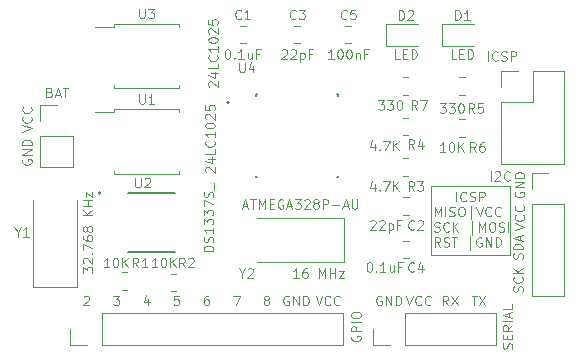
<source format=gto>
%TF.GenerationSoftware,KiCad,Pcbnew,9.0.5*%
%TF.CreationDate,2025-10-30T12:00:21+09:00*%
%TF.ProjectId,MCU_Datalogger,4d43555f-4461-4746-916c-6f676765722e,1*%
%TF.SameCoordinates,Original*%
%TF.FileFunction,Legend,Top*%
%TF.FilePolarity,Positive*%
%FSLAX46Y46*%
G04 Gerber Fmt 4.6, Leading zero omitted, Abs format (unit mm)*
G04 Created by KiCad (PCBNEW 9.0.5) date 2025-10-30 12:00:21*
%MOMM*%
%LPD*%
G01*
G04 APERTURE LIST*
%ADD10C,0.100000*%
%ADD11C,0.200000*%
%ADD12C,0.127000*%
%ADD13C,0.120000*%
G04 APERTURE END LIST*
D10*
X138540990Y-72635469D02*
X138502895Y-72711659D01*
X138502895Y-72711659D02*
X138502895Y-72825945D01*
X138502895Y-72825945D02*
X138540990Y-72940231D01*
X138540990Y-72940231D02*
X138617180Y-73016421D01*
X138617180Y-73016421D02*
X138693371Y-73054516D01*
X138693371Y-73054516D02*
X138845752Y-73092612D01*
X138845752Y-73092612D02*
X138960038Y-73092612D01*
X138960038Y-73092612D02*
X139112419Y-73054516D01*
X139112419Y-73054516D02*
X139188609Y-73016421D01*
X139188609Y-73016421D02*
X139264800Y-72940231D01*
X139264800Y-72940231D02*
X139302895Y-72825945D01*
X139302895Y-72825945D02*
X139302895Y-72749754D01*
X139302895Y-72749754D02*
X139264800Y-72635469D01*
X139264800Y-72635469D02*
X139226704Y-72597373D01*
X139226704Y-72597373D02*
X138960038Y-72597373D01*
X138960038Y-72597373D02*
X138960038Y-72749754D01*
X139302895Y-72254516D02*
X138502895Y-72254516D01*
X138502895Y-72254516D02*
X139302895Y-71797373D01*
X139302895Y-71797373D02*
X138502895Y-71797373D01*
X139302895Y-71416421D02*
X138502895Y-71416421D01*
X138502895Y-71416421D02*
X138502895Y-71225945D01*
X138502895Y-71225945D02*
X138540990Y-71111659D01*
X138540990Y-71111659D02*
X138617180Y-71035469D01*
X138617180Y-71035469D02*
X138693371Y-70997374D01*
X138693371Y-70997374D02*
X138845752Y-70959278D01*
X138845752Y-70959278D02*
X138960038Y-70959278D01*
X138960038Y-70959278D02*
X139112419Y-70997374D01*
X139112419Y-70997374D02*
X139188609Y-71035469D01*
X139188609Y-71035469D02*
X139264800Y-71111659D01*
X139264800Y-71111659D02*
X139302895Y-71225945D01*
X139302895Y-71225945D02*
X139302895Y-71416421D01*
X138502895Y-70281666D02*
X139302895Y-70014999D01*
X139302895Y-70014999D02*
X138502895Y-69748333D01*
X139226704Y-69024523D02*
X139264800Y-69062619D01*
X139264800Y-69062619D02*
X139302895Y-69176904D01*
X139302895Y-69176904D02*
X139302895Y-69253095D01*
X139302895Y-69253095D02*
X139264800Y-69367381D01*
X139264800Y-69367381D02*
X139188609Y-69443571D01*
X139188609Y-69443571D02*
X139112419Y-69481666D01*
X139112419Y-69481666D02*
X138960038Y-69519762D01*
X138960038Y-69519762D02*
X138845752Y-69519762D01*
X138845752Y-69519762D02*
X138693371Y-69481666D01*
X138693371Y-69481666D02*
X138617180Y-69443571D01*
X138617180Y-69443571D02*
X138540990Y-69367381D01*
X138540990Y-69367381D02*
X138502895Y-69253095D01*
X138502895Y-69253095D02*
X138502895Y-69176904D01*
X138502895Y-69176904D02*
X138540990Y-69062619D01*
X138540990Y-69062619D02*
X138579085Y-69024523D01*
X139226704Y-68224523D02*
X139264800Y-68262619D01*
X139264800Y-68262619D02*
X139302895Y-68376904D01*
X139302895Y-68376904D02*
X139302895Y-68453095D01*
X139302895Y-68453095D02*
X139264800Y-68567381D01*
X139264800Y-68567381D02*
X139188609Y-68643571D01*
X139188609Y-68643571D02*
X139112419Y-68681666D01*
X139112419Y-68681666D02*
X138960038Y-68719762D01*
X138960038Y-68719762D02*
X138845752Y-68719762D01*
X138845752Y-68719762D02*
X138693371Y-68681666D01*
X138693371Y-68681666D02*
X138617180Y-68643571D01*
X138617180Y-68643571D02*
X138540990Y-68567381D01*
X138540990Y-68567381D02*
X138502895Y-68453095D01*
X138502895Y-68453095D02*
X138502895Y-68376904D01*
X138502895Y-68376904D02*
X138540990Y-68262619D01*
X138540990Y-68262619D02*
X138579085Y-68224523D01*
X173101000Y-74930000D02*
X179832000Y-74930000D01*
X179832000Y-80772000D01*
X173101000Y-80772000D01*
X173101000Y-74930000D01*
X175249337Y-76170030D02*
X175249337Y-75370030D01*
X176087432Y-76093839D02*
X176049336Y-76131935D01*
X176049336Y-76131935D02*
X175935051Y-76170030D01*
X175935051Y-76170030D02*
X175858860Y-76170030D01*
X175858860Y-76170030D02*
X175744574Y-76131935D01*
X175744574Y-76131935D02*
X175668384Y-76055744D01*
X175668384Y-76055744D02*
X175630289Y-75979554D01*
X175630289Y-75979554D02*
X175592193Y-75827173D01*
X175592193Y-75827173D02*
X175592193Y-75712887D01*
X175592193Y-75712887D02*
X175630289Y-75560506D01*
X175630289Y-75560506D02*
X175668384Y-75484315D01*
X175668384Y-75484315D02*
X175744574Y-75408125D01*
X175744574Y-75408125D02*
X175858860Y-75370030D01*
X175858860Y-75370030D02*
X175935051Y-75370030D01*
X175935051Y-75370030D02*
X176049336Y-75408125D01*
X176049336Y-75408125D02*
X176087432Y-75446220D01*
X176392193Y-76131935D02*
X176506479Y-76170030D01*
X176506479Y-76170030D02*
X176696955Y-76170030D01*
X176696955Y-76170030D02*
X176773146Y-76131935D01*
X176773146Y-76131935D02*
X176811241Y-76093839D01*
X176811241Y-76093839D02*
X176849336Y-76017649D01*
X176849336Y-76017649D02*
X176849336Y-75941458D01*
X176849336Y-75941458D02*
X176811241Y-75865268D01*
X176811241Y-75865268D02*
X176773146Y-75827173D01*
X176773146Y-75827173D02*
X176696955Y-75789077D01*
X176696955Y-75789077D02*
X176544574Y-75750982D01*
X176544574Y-75750982D02*
X176468384Y-75712887D01*
X176468384Y-75712887D02*
X176430289Y-75674792D01*
X176430289Y-75674792D02*
X176392193Y-75598601D01*
X176392193Y-75598601D02*
X176392193Y-75522411D01*
X176392193Y-75522411D02*
X176430289Y-75446220D01*
X176430289Y-75446220D02*
X176468384Y-75408125D01*
X176468384Y-75408125D02*
X176544574Y-75370030D01*
X176544574Y-75370030D02*
X176735051Y-75370030D01*
X176735051Y-75370030D02*
X176849336Y-75408125D01*
X177192194Y-76170030D02*
X177192194Y-75370030D01*
X177192194Y-75370030D02*
X177496956Y-75370030D01*
X177496956Y-75370030D02*
X177573146Y-75408125D01*
X177573146Y-75408125D02*
X177611241Y-75446220D01*
X177611241Y-75446220D02*
X177649337Y-75522411D01*
X177649337Y-75522411D02*
X177649337Y-75636696D01*
X177649337Y-75636696D02*
X177611241Y-75712887D01*
X177611241Y-75712887D02*
X177573146Y-75750982D01*
X177573146Y-75750982D02*
X177496956Y-75789077D01*
X177496956Y-75789077D02*
X177192194Y-75789077D01*
X173420765Y-77457985D02*
X173420765Y-76657985D01*
X173420765Y-76657985D02*
X173687431Y-77229413D01*
X173687431Y-77229413D02*
X173954098Y-76657985D01*
X173954098Y-76657985D02*
X173954098Y-77457985D01*
X174335051Y-77457985D02*
X174335051Y-76657985D01*
X174677907Y-77419890D02*
X174792193Y-77457985D01*
X174792193Y-77457985D02*
X174982669Y-77457985D01*
X174982669Y-77457985D02*
X175058860Y-77419890D01*
X175058860Y-77419890D02*
X175096955Y-77381794D01*
X175096955Y-77381794D02*
X175135050Y-77305604D01*
X175135050Y-77305604D02*
X175135050Y-77229413D01*
X175135050Y-77229413D02*
X175096955Y-77153223D01*
X175096955Y-77153223D02*
X175058860Y-77115128D01*
X175058860Y-77115128D02*
X174982669Y-77077032D01*
X174982669Y-77077032D02*
X174830288Y-77038937D01*
X174830288Y-77038937D02*
X174754098Y-77000842D01*
X174754098Y-77000842D02*
X174716003Y-76962747D01*
X174716003Y-76962747D02*
X174677907Y-76886556D01*
X174677907Y-76886556D02*
X174677907Y-76810366D01*
X174677907Y-76810366D02*
X174716003Y-76734175D01*
X174716003Y-76734175D02*
X174754098Y-76696080D01*
X174754098Y-76696080D02*
X174830288Y-76657985D01*
X174830288Y-76657985D02*
X175020765Y-76657985D01*
X175020765Y-76657985D02*
X175135050Y-76696080D01*
X175630289Y-76657985D02*
X175782670Y-76657985D01*
X175782670Y-76657985D02*
X175858860Y-76696080D01*
X175858860Y-76696080D02*
X175935051Y-76772270D01*
X175935051Y-76772270D02*
X175973146Y-76924651D01*
X175973146Y-76924651D02*
X175973146Y-77191318D01*
X175973146Y-77191318D02*
X175935051Y-77343699D01*
X175935051Y-77343699D02*
X175858860Y-77419890D01*
X175858860Y-77419890D02*
X175782670Y-77457985D01*
X175782670Y-77457985D02*
X175630289Y-77457985D01*
X175630289Y-77457985D02*
X175554098Y-77419890D01*
X175554098Y-77419890D02*
X175477908Y-77343699D01*
X175477908Y-77343699D02*
X175439812Y-77191318D01*
X175439812Y-77191318D02*
X175439812Y-76924651D01*
X175439812Y-76924651D02*
X175477908Y-76772270D01*
X175477908Y-76772270D02*
X175554098Y-76696080D01*
X175554098Y-76696080D02*
X175630289Y-76657985D01*
X176506479Y-77724651D02*
X176506479Y-76581794D01*
X176963622Y-76657985D02*
X177230289Y-77457985D01*
X177230289Y-77457985D02*
X177496955Y-76657985D01*
X178220765Y-77381794D02*
X178182669Y-77419890D01*
X178182669Y-77419890D02*
X178068384Y-77457985D01*
X178068384Y-77457985D02*
X177992193Y-77457985D01*
X177992193Y-77457985D02*
X177877907Y-77419890D01*
X177877907Y-77419890D02*
X177801717Y-77343699D01*
X177801717Y-77343699D02*
X177763622Y-77267509D01*
X177763622Y-77267509D02*
X177725526Y-77115128D01*
X177725526Y-77115128D02*
X177725526Y-77000842D01*
X177725526Y-77000842D02*
X177763622Y-76848461D01*
X177763622Y-76848461D02*
X177801717Y-76772270D01*
X177801717Y-76772270D02*
X177877907Y-76696080D01*
X177877907Y-76696080D02*
X177992193Y-76657985D01*
X177992193Y-76657985D02*
X178068384Y-76657985D01*
X178068384Y-76657985D02*
X178182669Y-76696080D01*
X178182669Y-76696080D02*
X178220765Y-76734175D01*
X179020765Y-77381794D02*
X178982669Y-77419890D01*
X178982669Y-77419890D02*
X178868384Y-77457985D01*
X178868384Y-77457985D02*
X178792193Y-77457985D01*
X178792193Y-77457985D02*
X178677907Y-77419890D01*
X178677907Y-77419890D02*
X178601717Y-77343699D01*
X178601717Y-77343699D02*
X178563622Y-77267509D01*
X178563622Y-77267509D02*
X178525526Y-77115128D01*
X178525526Y-77115128D02*
X178525526Y-77000842D01*
X178525526Y-77000842D02*
X178563622Y-76848461D01*
X178563622Y-76848461D02*
X178601717Y-76772270D01*
X178601717Y-76772270D02*
X178677907Y-76696080D01*
X178677907Y-76696080D02*
X178792193Y-76657985D01*
X178792193Y-76657985D02*
X178868384Y-76657985D01*
X178868384Y-76657985D02*
X178982669Y-76696080D01*
X178982669Y-76696080D02*
X179020765Y-76734175D01*
X173382669Y-78707845D02*
X173496955Y-78745940D01*
X173496955Y-78745940D02*
X173687431Y-78745940D01*
X173687431Y-78745940D02*
X173763622Y-78707845D01*
X173763622Y-78707845D02*
X173801717Y-78669749D01*
X173801717Y-78669749D02*
X173839812Y-78593559D01*
X173839812Y-78593559D02*
X173839812Y-78517368D01*
X173839812Y-78517368D02*
X173801717Y-78441178D01*
X173801717Y-78441178D02*
X173763622Y-78403083D01*
X173763622Y-78403083D02*
X173687431Y-78364987D01*
X173687431Y-78364987D02*
X173535050Y-78326892D01*
X173535050Y-78326892D02*
X173458860Y-78288797D01*
X173458860Y-78288797D02*
X173420765Y-78250702D01*
X173420765Y-78250702D02*
X173382669Y-78174511D01*
X173382669Y-78174511D02*
X173382669Y-78098321D01*
X173382669Y-78098321D02*
X173420765Y-78022130D01*
X173420765Y-78022130D02*
X173458860Y-77984035D01*
X173458860Y-77984035D02*
X173535050Y-77945940D01*
X173535050Y-77945940D02*
X173725527Y-77945940D01*
X173725527Y-77945940D02*
X173839812Y-77984035D01*
X174639813Y-78669749D02*
X174601717Y-78707845D01*
X174601717Y-78707845D02*
X174487432Y-78745940D01*
X174487432Y-78745940D02*
X174411241Y-78745940D01*
X174411241Y-78745940D02*
X174296955Y-78707845D01*
X174296955Y-78707845D02*
X174220765Y-78631654D01*
X174220765Y-78631654D02*
X174182670Y-78555464D01*
X174182670Y-78555464D02*
X174144574Y-78403083D01*
X174144574Y-78403083D02*
X174144574Y-78288797D01*
X174144574Y-78288797D02*
X174182670Y-78136416D01*
X174182670Y-78136416D02*
X174220765Y-78060225D01*
X174220765Y-78060225D02*
X174296955Y-77984035D01*
X174296955Y-77984035D02*
X174411241Y-77945940D01*
X174411241Y-77945940D02*
X174487432Y-77945940D01*
X174487432Y-77945940D02*
X174601717Y-77984035D01*
X174601717Y-77984035D02*
X174639813Y-78022130D01*
X174982670Y-78745940D02*
X174982670Y-77945940D01*
X175439813Y-78745940D02*
X175096955Y-78288797D01*
X175439813Y-77945940D02*
X174982670Y-78403083D01*
X176582670Y-79012606D02*
X176582670Y-77869749D01*
X177154099Y-78745940D02*
X177154099Y-77945940D01*
X177154099Y-77945940D02*
X177420765Y-78517368D01*
X177420765Y-78517368D02*
X177687432Y-77945940D01*
X177687432Y-77945940D02*
X177687432Y-78745940D01*
X178220766Y-77945940D02*
X178373147Y-77945940D01*
X178373147Y-77945940D02*
X178449337Y-77984035D01*
X178449337Y-77984035D02*
X178525528Y-78060225D01*
X178525528Y-78060225D02*
X178563623Y-78212606D01*
X178563623Y-78212606D02*
X178563623Y-78479273D01*
X178563623Y-78479273D02*
X178525528Y-78631654D01*
X178525528Y-78631654D02*
X178449337Y-78707845D01*
X178449337Y-78707845D02*
X178373147Y-78745940D01*
X178373147Y-78745940D02*
X178220766Y-78745940D01*
X178220766Y-78745940D02*
X178144575Y-78707845D01*
X178144575Y-78707845D02*
X178068385Y-78631654D01*
X178068385Y-78631654D02*
X178030289Y-78479273D01*
X178030289Y-78479273D02*
X178030289Y-78212606D01*
X178030289Y-78212606D02*
X178068385Y-78060225D01*
X178068385Y-78060225D02*
X178144575Y-77984035D01*
X178144575Y-77984035D02*
X178220766Y-77945940D01*
X178868384Y-78707845D02*
X178982670Y-78745940D01*
X178982670Y-78745940D02*
X179173146Y-78745940D01*
X179173146Y-78745940D02*
X179249337Y-78707845D01*
X179249337Y-78707845D02*
X179287432Y-78669749D01*
X179287432Y-78669749D02*
X179325527Y-78593559D01*
X179325527Y-78593559D02*
X179325527Y-78517368D01*
X179325527Y-78517368D02*
X179287432Y-78441178D01*
X179287432Y-78441178D02*
X179249337Y-78403083D01*
X179249337Y-78403083D02*
X179173146Y-78364987D01*
X179173146Y-78364987D02*
X179020765Y-78326892D01*
X179020765Y-78326892D02*
X178944575Y-78288797D01*
X178944575Y-78288797D02*
X178906480Y-78250702D01*
X178906480Y-78250702D02*
X178868384Y-78174511D01*
X178868384Y-78174511D02*
X178868384Y-78098321D01*
X178868384Y-78098321D02*
X178906480Y-78022130D01*
X178906480Y-78022130D02*
X178944575Y-77984035D01*
X178944575Y-77984035D02*
X179020765Y-77945940D01*
X179020765Y-77945940D02*
X179211242Y-77945940D01*
X179211242Y-77945940D02*
X179325527Y-77984035D01*
X179668385Y-78745940D02*
X179668385Y-77945940D01*
X173877908Y-80033895D02*
X173611241Y-79652942D01*
X173420765Y-80033895D02*
X173420765Y-79233895D01*
X173420765Y-79233895D02*
X173725527Y-79233895D01*
X173725527Y-79233895D02*
X173801717Y-79271990D01*
X173801717Y-79271990D02*
X173839812Y-79310085D01*
X173839812Y-79310085D02*
X173877908Y-79386276D01*
X173877908Y-79386276D02*
X173877908Y-79500561D01*
X173877908Y-79500561D02*
X173839812Y-79576752D01*
X173839812Y-79576752D02*
X173801717Y-79614847D01*
X173801717Y-79614847D02*
X173725527Y-79652942D01*
X173725527Y-79652942D02*
X173420765Y-79652942D01*
X174182669Y-79995800D02*
X174296955Y-80033895D01*
X174296955Y-80033895D02*
X174487431Y-80033895D01*
X174487431Y-80033895D02*
X174563622Y-79995800D01*
X174563622Y-79995800D02*
X174601717Y-79957704D01*
X174601717Y-79957704D02*
X174639812Y-79881514D01*
X174639812Y-79881514D02*
X174639812Y-79805323D01*
X174639812Y-79805323D02*
X174601717Y-79729133D01*
X174601717Y-79729133D02*
X174563622Y-79691038D01*
X174563622Y-79691038D02*
X174487431Y-79652942D01*
X174487431Y-79652942D02*
X174335050Y-79614847D01*
X174335050Y-79614847D02*
X174258860Y-79576752D01*
X174258860Y-79576752D02*
X174220765Y-79538657D01*
X174220765Y-79538657D02*
X174182669Y-79462466D01*
X174182669Y-79462466D02*
X174182669Y-79386276D01*
X174182669Y-79386276D02*
X174220765Y-79310085D01*
X174220765Y-79310085D02*
X174258860Y-79271990D01*
X174258860Y-79271990D02*
X174335050Y-79233895D01*
X174335050Y-79233895D02*
X174525527Y-79233895D01*
X174525527Y-79233895D02*
X174639812Y-79271990D01*
X174868384Y-79233895D02*
X175325527Y-79233895D01*
X175096955Y-80033895D02*
X175096955Y-79233895D01*
X176392194Y-80300561D02*
X176392194Y-79157704D01*
X177382670Y-79271990D02*
X177306480Y-79233895D01*
X177306480Y-79233895D02*
X177192194Y-79233895D01*
X177192194Y-79233895D02*
X177077908Y-79271990D01*
X177077908Y-79271990D02*
X177001718Y-79348180D01*
X177001718Y-79348180D02*
X176963623Y-79424371D01*
X176963623Y-79424371D02*
X176925527Y-79576752D01*
X176925527Y-79576752D02*
X176925527Y-79691038D01*
X176925527Y-79691038D02*
X176963623Y-79843419D01*
X176963623Y-79843419D02*
X177001718Y-79919609D01*
X177001718Y-79919609D02*
X177077908Y-79995800D01*
X177077908Y-79995800D02*
X177192194Y-80033895D01*
X177192194Y-80033895D02*
X177268385Y-80033895D01*
X177268385Y-80033895D02*
X177382670Y-79995800D01*
X177382670Y-79995800D02*
X177420766Y-79957704D01*
X177420766Y-79957704D02*
X177420766Y-79691038D01*
X177420766Y-79691038D02*
X177268385Y-79691038D01*
X177763623Y-80033895D02*
X177763623Y-79233895D01*
X177763623Y-79233895D02*
X178220766Y-80033895D01*
X178220766Y-80033895D02*
X178220766Y-79233895D01*
X178601718Y-80033895D02*
X178601718Y-79233895D01*
X178601718Y-79233895D02*
X178792194Y-79233895D01*
X178792194Y-79233895D02*
X178906480Y-79271990D01*
X178906480Y-79271990D02*
X178982670Y-79348180D01*
X178982670Y-79348180D02*
X179020765Y-79424371D01*
X179020765Y-79424371D02*
X179058861Y-79576752D01*
X179058861Y-79576752D02*
X179058861Y-79691038D01*
X179058861Y-79691038D02*
X179020765Y-79843419D01*
X179020765Y-79843419D02*
X178982670Y-79919609D01*
X178982670Y-79919609D02*
X178906480Y-79995800D01*
X178906480Y-79995800D02*
X178792194Y-80033895D01*
X178792194Y-80033895D02*
X178601718Y-80033895D01*
X166393990Y-87589687D02*
X166355895Y-87665877D01*
X166355895Y-87665877D02*
X166355895Y-87780163D01*
X166355895Y-87780163D02*
X166393990Y-87894449D01*
X166393990Y-87894449D02*
X166470180Y-87970639D01*
X166470180Y-87970639D02*
X166546371Y-88008734D01*
X166546371Y-88008734D02*
X166698752Y-88046830D01*
X166698752Y-88046830D02*
X166813038Y-88046830D01*
X166813038Y-88046830D02*
X166965419Y-88008734D01*
X166965419Y-88008734D02*
X167041609Y-87970639D01*
X167041609Y-87970639D02*
X167117800Y-87894449D01*
X167117800Y-87894449D02*
X167155895Y-87780163D01*
X167155895Y-87780163D02*
X167155895Y-87703972D01*
X167155895Y-87703972D02*
X167117800Y-87589687D01*
X167117800Y-87589687D02*
X167079704Y-87551591D01*
X167079704Y-87551591D02*
X166813038Y-87551591D01*
X166813038Y-87551591D02*
X166813038Y-87703972D01*
X167155895Y-87208734D02*
X166355895Y-87208734D01*
X166355895Y-87208734D02*
X166355895Y-86903972D01*
X166355895Y-86903972D02*
X166393990Y-86827782D01*
X166393990Y-86827782D02*
X166432085Y-86789687D01*
X166432085Y-86789687D02*
X166508276Y-86751591D01*
X166508276Y-86751591D02*
X166622561Y-86751591D01*
X166622561Y-86751591D02*
X166698752Y-86789687D01*
X166698752Y-86789687D02*
X166736847Y-86827782D01*
X166736847Y-86827782D02*
X166774942Y-86903972D01*
X166774942Y-86903972D02*
X166774942Y-87208734D01*
X167155895Y-86408734D02*
X166355895Y-86408734D01*
X166355895Y-85875401D02*
X166355895Y-85723020D01*
X166355895Y-85723020D02*
X166393990Y-85646830D01*
X166393990Y-85646830D02*
X166470180Y-85570639D01*
X166470180Y-85570639D02*
X166622561Y-85532544D01*
X166622561Y-85532544D02*
X166889228Y-85532544D01*
X166889228Y-85532544D02*
X167041609Y-85570639D01*
X167041609Y-85570639D02*
X167117800Y-85646830D01*
X167117800Y-85646830D02*
X167155895Y-85723020D01*
X167155895Y-85723020D02*
X167155895Y-85875401D01*
X167155895Y-85875401D02*
X167117800Y-85951592D01*
X167117800Y-85951592D02*
X167041609Y-86027782D01*
X167041609Y-86027782D02*
X166889228Y-86065878D01*
X166889228Y-86065878D02*
X166622561Y-86065878D01*
X166622561Y-86065878D02*
X166470180Y-86027782D01*
X166470180Y-86027782D02*
X166393990Y-85951592D01*
X166393990Y-85951592D02*
X166355895Y-85875401D01*
X179944800Y-88681830D02*
X179982895Y-88567544D01*
X179982895Y-88567544D02*
X179982895Y-88377068D01*
X179982895Y-88377068D02*
X179944800Y-88300877D01*
X179944800Y-88300877D02*
X179906704Y-88262782D01*
X179906704Y-88262782D02*
X179830514Y-88224687D01*
X179830514Y-88224687D02*
X179754323Y-88224687D01*
X179754323Y-88224687D02*
X179678133Y-88262782D01*
X179678133Y-88262782D02*
X179640038Y-88300877D01*
X179640038Y-88300877D02*
X179601942Y-88377068D01*
X179601942Y-88377068D02*
X179563847Y-88529449D01*
X179563847Y-88529449D02*
X179525752Y-88605639D01*
X179525752Y-88605639D02*
X179487657Y-88643734D01*
X179487657Y-88643734D02*
X179411466Y-88681830D01*
X179411466Y-88681830D02*
X179335276Y-88681830D01*
X179335276Y-88681830D02*
X179259085Y-88643734D01*
X179259085Y-88643734D02*
X179220990Y-88605639D01*
X179220990Y-88605639D02*
X179182895Y-88529449D01*
X179182895Y-88529449D02*
X179182895Y-88338972D01*
X179182895Y-88338972D02*
X179220990Y-88224687D01*
X179563847Y-87881829D02*
X179563847Y-87615163D01*
X179982895Y-87500877D02*
X179982895Y-87881829D01*
X179982895Y-87881829D02*
X179182895Y-87881829D01*
X179182895Y-87881829D02*
X179182895Y-87500877D01*
X179982895Y-86700876D02*
X179601942Y-86967543D01*
X179982895Y-87158019D02*
X179182895Y-87158019D01*
X179182895Y-87158019D02*
X179182895Y-86853257D01*
X179182895Y-86853257D02*
X179220990Y-86777067D01*
X179220990Y-86777067D02*
X179259085Y-86738972D01*
X179259085Y-86738972D02*
X179335276Y-86700876D01*
X179335276Y-86700876D02*
X179449561Y-86700876D01*
X179449561Y-86700876D02*
X179525752Y-86738972D01*
X179525752Y-86738972D02*
X179563847Y-86777067D01*
X179563847Y-86777067D02*
X179601942Y-86853257D01*
X179601942Y-86853257D02*
X179601942Y-87158019D01*
X179982895Y-86358019D02*
X179182895Y-86358019D01*
X179754323Y-86015163D02*
X179754323Y-85634210D01*
X179982895Y-86091353D02*
X179182895Y-85824686D01*
X179182895Y-85824686D02*
X179982895Y-85558020D01*
X179982895Y-84910401D02*
X179982895Y-85291353D01*
X179982895Y-85291353D02*
X179182895Y-85291353D01*
X178183265Y-74445895D02*
X178183265Y-73645895D01*
X178526121Y-73722085D02*
X178564217Y-73683990D01*
X178564217Y-73683990D02*
X178640407Y-73645895D01*
X178640407Y-73645895D02*
X178830883Y-73645895D01*
X178830883Y-73645895D02*
X178907074Y-73683990D01*
X178907074Y-73683990D02*
X178945169Y-73722085D01*
X178945169Y-73722085D02*
X178983264Y-73798276D01*
X178983264Y-73798276D02*
X178983264Y-73874466D01*
X178983264Y-73874466D02*
X178945169Y-73988752D01*
X178945169Y-73988752D02*
X178488026Y-74445895D01*
X178488026Y-74445895D02*
X178983264Y-74445895D01*
X179783265Y-74369704D02*
X179745169Y-74407800D01*
X179745169Y-74407800D02*
X179630884Y-74445895D01*
X179630884Y-74445895D02*
X179554693Y-74445895D01*
X179554693Y-74445895D02*
X179440407Y-74407800D01*
X179440407Y-74407800D02*
X179364217Y-74331609D01*
X179364217Y-74331609D02*
X179326122Y-74255419D01*
X179326122Y-74255419D02*
X179288026Y-74103038D01*
X179288026Y-74103038D02*
X179288026Y-73988752D01*
X179288026Y-73988752D02*
X179326122Y-73836371D01*
X179326122Y-73836371D02*
X179364217Y-73760180D01*
X179364217Y-73760180D02*
X179440407Y-73683990D01*
X179440407Y-73683990D02*
X179554693Y-73645895D01*
X179554693Y-73645895D02*
X179630884Y-73645895D01*
X179630884Y-73645895D02*
X179745169Y-73683990D01*
X179745169Y-73683990D02*
X179783265Y-73722085D01*
X177929265Y-64285895D02*
X177929265Y-63485895D01*
X178767360Y-64209704D02*
X178729264Y-64247800D01*
X178729264Y-64247800D02*
X178614979Y-64285895D01*
X178614979Y-64285895D02*
X178538788Y-64285895D01*
X178538788Y-64285895D02*
X178424502Y-64247800D01*
X178424502Y-64247800D02*
X178348312Y-64171609D01*
X178348312Y-64171609D02*
X178310217Y-64095419D01*
X178310217Y-64095419D02*
X178272121Y-63943038D01*
X178272121Y-63943038D02*
X178272121Y-63828752D01*
X178272121Y-63828752D02*
X178310217Y-63676371D01*
X178310217Y-63676371D02*
X178348312Y-63600180D01*
X178348312Y-63600180D02*
X178424502Y-63523990D01*
X178424502Y-63523990D02*
X178538788Y-63485895D01*
X178538788Y-63485895D02*
X178614979Y-63485895D01*
X178614979Y-63485895D02*
X178729264Y-63523990D01*
X178729264Y-63523990D02*
X178767360Y-63562085D01*
X179072121Y-64247800D02*
X179186407Y-64285895D01*
X179186407Y-64285895D02*
X179376883Y-64285895D01*
X179376883Y-64285895D02*
X179453074Y-64247800D01*
X179453074Y-64247800D02*
X179491169Y-64209704D01*
X179491169Y-64209704D02*
X179529264Y-64133514D01*
X179529264Y-64133514D02*
X179529264Y-64057323D01*
X179529264Y-64057323D02*
X179491169Y-63981133D01*
X179491169Y-63981133D02*
X179453074Y-63943038D01*
X179453074Y-63943038D02*
X179376883Y-63904942D01*
X179376883Y-63904942D02*
X179224502Y-63866847D01*
X179224502Y-63866847D02*
X179148312Y-63828752D01*
X179148312Y-63828752D02*
X179110217Y-63790657D01*
X179110217Y-63790657D02*
X179072121Y-63714466D01*
X179072121Y-63714466D02*
X179072121Y-63638276D01*
X179072121Y-63638276D02*
X179110217Y-63562085D01*
X179110217Y-63562085D02*
X179148312Y-63523990D01*
X179148312Y-63523990D02*
X179224502Y-63485895D01*
X179224502Y-63485895D02*
X179414979Y-63485895D01*
X179414979Y-63485895D02*
X179529264Y-63523990D01*
X179872122Y-64285895D02*
X179872122Y-63485895D01*
X179872122Y-63485895D02*
X180176884Y-63485895D01*
X180176884Y-63485895D02*
X180253074Y-63523990D01*
X180253074Y-63523990D02*
X180291169Y-63562085D01*
X180291169Y-63562085D02*
X180329265Y-63638276D01*
X180329265Y-63638276D02*
X180329265Y-63752561D01*
X180329265Y-63752561D02*
X180291169Y-63828752D01*
X180291169Y-63828752D02*
X180253074Y-63866847D01*
X180253074Y-63866847D02*
X180176884Y-63904942D01*
X180176884Y-63904942D02*
X179872122Y-63904942D01*
X180833800Y-83855830D02*
X180871895Y-83741544D01*
X180871895Y-83741544D02*
X180871895Y-83551068D01*
X180871895Y-83551068D02*
X180833800Y-83474877D01*
X180833800Y-83474877D02*
X180795704Y-83436782D01*
X180795704Y-83436782D02*
X180719514Y-83398687D01*
X180719514Y-83398687D02*
X180643323Y-83398687D01*
X180643323Y-83398687D02*
X180567133Y-83436782D01*
X180567133Y-83436782D02*
X180529038Y-83474877D01*
X180529038Y-83474877D02*
X180490942Y-83551068D01*
X180490942Y-83551068D02*
X180452847Y-83703449D01*
X180452847Y-83703449D02*
X180414752Y-83779639D01*
X180414752Y-83779639D02*
X180376657Y-83817734D01*
X180376657Y-83817734D02*
X180300466Y-83855830D01*
X180300466Y-83855830D02*
X180224276Y-83855830D01*
X180224276Y-83855830D02*
X180148085Y-83817734D01*
X180148085Y-83817734D02*
X180109990Y-83779639D01*
X180109990Y-83779639D02*
X180071895Y-83703449D01*
X180071895Y-83703449D02*
X180071895Y-83512972D01*
X180071895Y-83512972D02*
X180109990Y-83398687D01*
X180795704Y-82598686D02*
X180833800Y-82636782D01*
X180833800Y-82636782D02*
X180871895Y-82751067D01*
X180871895Y-82751067D02*
X180871895Y-82827258D01*
X180871895Y-82827258D02*
X180833800Y-82941544D01*
X180833800Y-82941544D02*
X180757609Y-83017734D01*
X180757609Y-83017734D02*
X180681419Y-83055829D01*
X180681419Y-83055829D02*
X180529038Y-83093925D01*
X180529038Y-83093925D02*
X180414752Y-83093925D01*
X180414752Y-83093925D02*
X180262371Y-83055829D01*
X180262371Y-83055829D02*
X180186180Y-83017734D01*
X180186180Y-83017734D02*
X180109990Y-82941544D01*
X180109990Y-82941544D02*
X180071895Y-82827258D01*
X180071895Y-82827258D02*
X180071895Y-82751067D01*
X180071895Y-82751067D02*
X180109990Y-82636782D01*
X180109990Y-82636782D02*
X180148085Y-82598686D01*
X180871895Y-82255829D02*
X180071895Y-82255829D01*
X180871895Y-81798686D02*
X180414752Y-82141544D01*
X180071895Y-81798686D02*
X180529038Y-82255829D01*
X180833800Y-81061830D02*
X180871895Y-80947544D01*
X180871895Y-80947544D02*
X180871895Y-80757068D01*
X180871895Y-80757068D02*
X180833800Y-80680877D01*
X180833800Y-80680877D02*
X180795704Y-80642782D01*
X180795704Y-80642782D02*
X180719514Y-80604687D01*
X180719514Y-80604687D02*
X180643323Y-80604687D01*
X180643323Y-80604687D02*
X180567133Y-80642782D01*
X180567133Y-80642782D02*
X180529038Y-80680877D01*
X180529038Y-80680877D02*
X180490942Y-80757068D01*
X180490942Y-80757068D02*
X180452847Y-80909449D01*
X180452847Y-80909449D02*
X180414752Y-80985639D01*
X180414752Y-80985639D02*
X180376657Y-81023734D01*
X180376657Y-81023734D02*
X180300466Y-81061830D01*
X180300466Y-81061830D02*
X180224276Y-81061830D01*
X180224276Y-81061830D02*
X180148085Y-81023734D01*
X180148085Y-81023734D02*
X180109990Y-80985639D01*
X180109990Y-80985639D02*
X180071895Y-80909449D01*
X180071895Y-80909449D02*
X180071895Y-80718972D01*
X180071895Y-80718972D02*
X180109990Y-80604687D01*
X180871895Y-80261829D02*
X180071895Y-80261829D01*
X180071895Y-80261829D02*
X180071895Y-80071353D01*
X180071895Y-80071353D02*
X180109990Y-79957067D01*
X180109990Y-79957067D02*
X180186180Y-79880877D01*
X180186180Y-79880877D02*
X180262371Y-79842782D01*
X180262371Y-79842782D02*
X180414752Y-79804686D01*
X180414752Y-79804686D02*
X180529038Y-79804686D01*
X180529038Y-79804686D02*
X180681419Y-79842782D01*
X180681419Y-79842782D02*
X180757609Y-79880877D01*
X180757609Y-79880877D02*
X180833800Y-79957067D01*
X180833800Y-79957067D02*
X180871895Y-80071353D01*
X180871895Y-80071353D02*
X180871895Y-80261829D01*
X180643323Y-79499925D02*
X180643323Y-79118972D01*
X180871895Y-79576115D02*
X180071895Y-79309448D01*
X180071895Y-79309448D02*
X180871895Y-79042782D01*
X180198895Y-78598020D02*
X180998895Y-78331353D01*
X180998895Y-78331353D02*
X180198895Y-78064687D01*
X180922704Y-77340877D02*
X180960800Y-77378973D01*
X180960800Y-77378973D02*
X180998895Y-77493258D01*
X180998895Y-77493258D02*
X180998895Y-77569449D01*
X180998895Y-77569449D02*
X180960800Y-77683735D01*
X180960800Y-77683735D02*
X180884609Y-77759925D01*
X180884609Y-77759925D02*
X180808419Y-77798020D01*
X180808419Y-77798020D02*
X180656038Y-77836116D01*
X180656038Y-77836116D02*
X180541752Y-77836116D01*
X180541752Y-77836116D02*
X180389371Y-77798020D01*
X180389371Y-77798020D02*
X180313180Y-77759925D01*
X180313180Y-77759925D02*
X180236990Y-77683735D01*
X180236990Y-77683735D02*
X180198895Y-77569449D01*
X180198895Y-77569449D02*
X180198895Y-77493258D01*
X180198895Y-77493258D02*
X180236990Y-77378973D01*
X180236990Y-77378973D02*
X180275085Y-77340877D01*
X180922704Y-76540877D02*
X180960800Y-76578973D01*
X180960800Y-76578973D02*
X180998895Y-76693258D01*
X180998895Y-76693258D02*
X180998895Y-76769449D01*
X180998895Y-76769449D02*
X180960800Y-76883735D01*
X180960800Y-76883735D02*
X180884609Y-76959925D01*
X180884609Y-76959925D02*
X180808419Y-76998020D01*
X180808419Y-76998020D02*
X180656038Y-77036116D01*
X180656038Y-77036116D02*
X180541752Y-77036116D01*
X180541752Y-77036116D02*
X180389371Y-76998020D01*
X180389371Y-76998020D02*
X180313180Y-76959925D01*
X180313180Y-76959925D02*
X180236990Y-76883735D01*
X180236990Y-76883735D02*
X180198895Y-76769449D01*
X180198895Y-76769449D02*
X180198895Y-76693258D01*
X180198895Y-76693258D02*
X180236990Y-76578973D01*
X180236990Y-76578973D02*
X180275085Y-76540877D01*
X180236990Y-75397687D02*
X180198895Y-75473877D01*
X180198895Y-75473877D02*
X180198895Y-75588163D01*
X180198895Y-75588163D02*
X180236990Y-75702449D01*
X180236990Y-75702449D02*
X180313180Y-75778639D01*
X180313180Y-75778639D02*
X180389371Y-75816734D01*
X180389371Y-75816734D02*
X180541752Y-75854830D01*
X180541752Y-75854830D02*
X180656038Y-75854830D01*
X180656038Y-75854830D02*
X180808419Y-75816734D01*
X180808419Y-75816734D02*
X180884609Y-75778639D01*
X180884609Y-75778639D02*
X180960800Y-75702449D01*
X180960800Y-75702449D02*
X180998895Y-75588163D01*
X180998895Y-75588163D02*
X180998895Y-75511972D01*
X180998895Y-75511972D02*
X180960800Y-75397687D01*
X180960800Y-75397687D02*
X180922704Y-75359591D01*
X180922704Y-75359591D02*
X180656038Y-75359591D01*
X180656038Y-75359591D02*
X180656038Y-75511972D01*
X180998895Y-75016734D02*
X180198895Y-75016734D01*
X180198895Y-75016734D02*
X180998895Y-74559591D01*
X180998895Y-74559591D02*
X180198895Y-74559591D01*
X180998895Y-74178639D02*
X180198895Y-74178639D01*
X180198895Y-74178639D02*
X180198895Y-73988163D01*
X180198895Y-73988163D02*
X180236990Y-73873877D01*
X180236990Y-73873877D02*
X180313180Y-73797687D01*
X180313180Y-73797687D02*
X180389371Y-73759592D01*
X180389371Y-73759592D02*
X180541752Y-73721496D01*
X180541752Y-73721496D02*
X180656038Y-73721496D01*
X180656038Y-73721496D02*
X180808419Y-73759592D01*
X180808419Y-73759592D02*
X180884609Y-73797687D01*
X180884609Y-73797687D02*
X180960800Y-73873877D01*
X180960800Y-73873877D02*
X180998895Y-73988163D01*
X180998895Y-73988163D02*
X180998895Y-74178639D01*
X176544979Y-84186895D02*
X177002122Y-84186895D01*
X176773550Y-84986895D02*
X176773550Y-84186895D01*
X177192598Y-84186895D02*
X177725932Y-84986895D01*
X177725932Y-84186895D02*
X177192598Y-84986895D01*
X174576408Y-84986895D02*
X174309741Y-84605942D01*
X174119265Y-84986895D02*
X174119265Y-84186895D01*
X174119265Y-84186895D02*
X174424027Y-84186895D01*
X174424027Y-84186895D02*
X174500217Y-84224990D01*
X174500217Y-84224990D02*
X174538312Y-84263085D01*
X174538312Y-84263085D02*
X174576408Y-84339276D01*
X174576408Y-84339276D02*
X174576408Y-84453561D01*
X174576408Y-84453561D02*
X174538312Y-84529752D01*
X174538312Y-84529752D02*
X174500217Y-84567847D01*
X174500217Y-84567847D02*
X174424027Y-84605942D01*
X174424027Y-84605942D02*
X174119265Y-84605942D01*
X174843074Y-84186895D02*
X175376408Y-84986895D01*
X175376408Y-84186895D02*
X174843074Y-84986895D01*
X171018979Y-84186895D02*
X171285646Y-84986895D01*
X171285646Y-84986895D02*
X171552312Y-84186895D01*
X172276122Y-84910704D02*
X172238026Y-84948800D01*
X172238026Y-84948800D02*
X172123741Y-84986895D01*
X172123741Y-84986895D02*
X172047550Y-84986895D01*
X172047550Y-84986895D02*
X171933264Y-84948800D01*
X171933264Y-84948800D02*
X171857074Y-84872609D01*
X171857074Y-84872609D02*
X171818979Y-84796419D01*
X171818979Y-84796419D02*
X171780883Y-84644038D01*
X171780883Y-84644038D02*
X171780883Y-84529752D01*
X171780883Y-84529752D02*
X171818979Y-84377371D01*
X171818979Y-84377371D02*
X171857074Y-84301180D01*
X171857074Y-84301180D02*
X171933264Y-84224990D01*
X171933264Y-84224990D02*
X172047550Y-84186895D01*
X172047550Y-84186895D02*
X172123741Y-84186895D01*
X172123741Y-84186895D02*
X172238026Y-84224990D01*
X172238026Y-84224990D02*
X172276122Y-84263085D01*
X173076122Y-84910704D02*
X173038026Y-84948800D01*
X173038026Y-84948800D02*
X172923741Y-84986895D01*
X172923741Y-84986895D02*
X172847550Y-84986895D01*
X172847550Y-84986895D02*
X172733264Y-84948800D01*
X172733264Y-84948800D02*
X172657074Y-84872609D01*
X172657074Y-84872609D02*
X172618979Y-84796419D01*
X172618979Y-84796419D02*
X172580883Y-84644038D01*
X172580883Y-84644038D02*
X172580883Y-84529752D01*
X172580883Y-84529752D02*
X172618979Y-84377371D01*
X172618979Y-84377371D02*
X172657074Y-84301180D01*
X172657074Y-84301180D02*
X172733264Y-84224990D01*
X172733264Y-84224990D02*
X172847550Y-84186895D01*
X172847550Y-84186895D02*
X172923741Y-84186895D01*
X172923741Y-84186895D02*
X173038026Y-84224990D01*
X173038026Y-84224990D02*
X173076122Y-84263085D01*
X168920600Y-84224990D02*
X168844410Y-84186895D01*
X168844410Y-84186895D02*
X168730124Y-84186895D01*
X168730124Y-84186895D02*
X168615838Y-84224990D01*
X168615838Y-84224990D02*
X168539648Y-84301180D01*
X168539648Y-84301180D02*
X168501553Y-84377371D01*
X168501553Y-84377371D02*
X168463457Y-84529752D01*
X168463457Y-84529752D02*
X168463457Y-84644038D01*
X168463457Y-84644038D02*
X168501553Y-84796419D01*
X168501553Y-84796419D02*
X168539648Y-84872609D01*
X168539648Y-84872609D02*
X168615838Y-84948800D01*
X168615838Y-84948800D02*
X168730124Y-84986895D01*
X168730124Y-84986895D02*
X168806315Y-84986895D01*
X168806315Y-84986895D02*
X168920600Y-84948800D01*
X168920600Y-84948800D02*
X168958696Y-84910704D01*
X168958696Y-84910704D02*
X168958696Y-84644038D01*
X168958696Y-84644038D02*
X168806315Y-84644038D01*
X169301553Y-84986895D02*
X169301553Y-84186895D01*
X169301553Y-84186895D02*
X169758696Y-84986895D01*
X169758696Y-84986895D02*
X169758696Y-84186895D01*
X170139648Y-84986895D02*
X170139648Y-84186895D01*
X170139648Y-84186895D02*
X170330124Y-84186895D01*
X170330124Y-84186895D02*
X170444410Y-84224990D01*
X170444410Y-84224990D02*
X170520600Y-84301180D01*
X170520600Y-84301180D02*
X170558695Y-84377371D01*
X170558695Y-84377371D02*
X170596791Y-84529752D01*
X170596791Y-84529752D02*
X170596791Y-84644038D01*
X170596791Y-84644038D02*
X170558695Y-84796419D01*
X170558695Y-84796419D02*
X170520600Y-84872609D01*
X170520600Y-84872609D02*
X170444410Y-84948800D01*
X170444410Y-84948800D02*
X170330124Y-84986895D01*
X170330124Y-84986895D02*
X170139648Y-84986895D01*
X143728169Y-84263085D02*
X143766265Y-84224990D01*
X143766265Y-84224990D02*
X143842455Y-84186895D01*
X143842455Y-84186895D02*
X144032931Y-84186895D01*
X144032931Y-84186895D02*
X144109122Y-84224990D01*
X144109122Y-84224990D02*
X144147217Y-84263085D01*
X144147217Y-84263085D02*
X144185312Y-84339276D01*
X144185312Y-84339276D02*
X144185312Y-84415466D01*
X144185312Y-84415466D02*
X144147217Y-84529752D01*
X144147217Y-84529752D02*
X143690074Y-84986895D01*
X143690074Y-84986895D02*
X144185312Y-84986895D01*
X163336979Y-84186895D02*
X163603646Y-84986895D01*
X163603646Y-84986895D02*
X163870312Y-84186895D01*
X164594122Y-84910704D02*
X164556026Y-84948800D01*
X164556026Y-84948800D02*
X164441741Y-84986895D01*
X164441741Y-84986895D02*
X164365550Y-84986895D01*
X164365550Y-84986895D02*
X164251264Y-84948800D01*
X164251264Y-84948800D02*
X164175074Y-84872609D01*
X164175074Y-84872609D02*
X164136979Y-84796419D01*
X164136979Y-84796419D02*
X164098883Y-84644038D01*
X164098883Y-84644038D02*
X164098883Y-84529752D01*
X164098883Y-84529752D02*
X164136979Y-84377371D01*
X164136979Y-84377371D02*
X164175074Y-84301180D01*
X164175074Y-84301180D02*
X164251264Y-84224990D01*
X164251264Y-84224990D02*
X164365550Y-84186895D01*
X164365550Y-84186895D02*
X164441741Y-84186895D01*
X164441741Y-84186895D02*
X164556026Y-84224990D01*
X164556026Y-84224990D02*
X164594122Y-84263085D01*
X165394122Y-84910704D02*
X165356026Y-84948800D01*
X165356026Y-84948800D02*
X165241741Y-84986895D01*
X165241741Y-84986895D02*
X165165550Y-84986895D01*
X165165550Y-84986895D02*
X165051264Y-84948800D01*
X165051264Y-84948800D02*
X164975074Y-84872609D01*
X164975074Y-84872609D02*
X164936979Y-84796419D01*
X164936979Y-84796419D02*
X164898883Y-84644038D01*
X164898883Y-84644038D02*
X164898883Y-84529752D01*
X164898883Y-84529752D02*
X164936979Y-84377371D01*
X164936979Y-84377371D02*
X164975074Y-84301180D01*
X164975074Y-84301180D02*
X165051264Y-84224990D01*
X165051264Y-84224990D02*
X165165550Y-84186895D01*
X165165550Y-84186895D02*
X165241741Y-84186895D01*
X165241741Y-84186895D02*
X165356026Y-84224990D01*
X165356026Y-84224990D02*
X165394122Y-84263085D01*
X161076312Y-84224990D02*
X161000122Y-84186895D01*
X161000122Y-84186895D02*
X160885836Y-84186895D01*
X160885836Y-84186895D02*
X160771550Y-84224990D01*
X160771550Y-84224990D02*
X160695360Y-84301180D01*
X160695360Y-84301180D02*
X160657265Y-84377371D01*
X160657265Y-84377371D02*
X160619169Y-84529752D01*
X160619169Y-84529752D02*
X160619169Y-84644038D01*
X160619169Y-84644038D02*
X160657265Y-84796419D01*
X160657265Y-84796419D02*
X160695360Y-84872609D01*
X160695360Y-84872609D02*
X160771550Y-84948800D01*
X160771550Y-84948800D02*
X160885836Y-84986895D01*
X160885836Y-84986895D02*
X160962027Y-84986895D01*
X160962027Y-84986895D02*
X161076312Y-84948800D01*
X161076312Y-84948800D02*
X161114408Y-84910704D01*
X161114408Y-84910704D02*
X161114408Y-84644038D01*
X161114408Y-84644038D02*
X160962027Y-84644038D01*
X161457265Y-84986895D02*
X161457265Y-84186895D01*
X161457265Y-84186895D02*
X161914408Y-84986895D01*
X161914408Y-84986895D02*
X161914408Y-84186895D01*
X162295360Y-84986895D02*
X162295360Y-84186895D01*
X162295360Y-84186895D02*
X162485836Y-84186895D01*
X162485836Y-84186895D02*
X162600122Y-84224990D01*
X162600122Y-84224990D02*
X162676312Y-84301180D01*
X162676312Y-84301180D02*
X162714407Y-84377371D01*
X162714407Y-84377371D02*
X162752503Y-84529752D01*
X162752503Y-84529752D02*
X162752503Y-84644038D01*
X162752503Y-84644038D02*
X162714407Y-84796419D01*
X162714407Y-84796419D02*
X162676312Y-84872609D01*
X162676312Y-84872609D02*
X162600122Y-84948800D01*
X162600122Y-84948800D02*
X162485836Y-84986895D01*
X162485836Y-84986895D02*
X162295360Y-84986895D01*
X159120550Y-84529752D02*
X159044360Y-84491657D01*
X159044360Y-84491657D02*
X159006265Y-84453561D01*
X159006265Y-84453561D02*
X158968169Y-84377371D01*
X158968169Y-84377371D02*
X158968169Y-84339276D01*
X158968169Y-84339276D02*
X159006265Y-84263085D01*
X159006265Y-84263085D02*
X159044360Y-84224990D01*
X159044360Y-84224990D02*
X159120550Y-84186895D01*
X159120550Y-84186895D02*
X159272931Y-84186895D01*
X159272931Y-84186895D02*
X159349122Y-84224990D01*
X159349122Y-84224990D02*
X159387217Y-84263085D01*
X159387217Y-84263085D02*
X159425312Y-84339276D01*
X159425312Y-84339276D02*
X159425312Y-84377371D01*
X159425312Y-84377371D02*
X159387217Y-84453561D01*
X159387217Y-84453561D02*
X159349122Y-84491657D01*
X159349122Y-84491657D02*
X159272931Y-84529752D01*
X159272931Y-84529752D02*
X159120550Y-84529752D01*
X159120550Y-84529752D02*
X159044360Y-84567847D01*
X159044360Y-84567847D02*
X159006265Y-84605942D01*
X159006265Y-84605942D02*
X158968169Y-84682133D01*
X158968169Y-84682133D02*
X158968169Y-84834514D01*
X158968169Y-84834514D02*
X159006265Y-84910704D01*
X159006265Y-84910704D02*
X159044360Y-84948800D01*
X159044360Y-84948800D02*
X159120550Y-84986895D01*
X159120550Y-84986895D02*
X159272931Y-84986895D01*
X159272931Y-84986895D02*
X159349122Y-84948800D01*
X159349122Y-84948800D02*
X159387217Y-84910704D01*
X159387217Y-84910704D02*
X159425312Y-84834514D01*
X159425312Y-84834514D02*
X159425312Y-84682133D01*
X159425312Y-84682133D02*
X159387217Y-84605942D01*
X159387217Y-84605942D02*
X159349122Y-84567847D01*
X159349122Y-84567847D02*
X159272931Y-84529752D01*
X156390074Y-84186895D02*
X156923408Y-84186895D01*
X156923408Y-84186895D02*
X156580550Y-84986895D01*
X154269122Y-84186895D02*
X154116741Y-84186895D01*
X154116741Y-84186895D02*
X154040550Y-84224990D01*
X154040550Y-84224990D02*
X154002455Y-84263085D01*
X154002455Y-84263085D02*
X153926265Y-84377371D01*
X153926265Y-84377371D02*
X153888169Y-84529752D01*
X153888169Y-84529752D02*
X153888169Y-84834514D01*
X153888169Y-84834514D02*
X153926265Y-84910704D01*
X153926265Y-84910704D02*
X153964360Y-84948800D01*
X153964360Y-84948800D02*
X154040550Y-84986895D01*
X154040550Y-84986895D02*
X154192931Y-84986895D01*
X154192931Y-84986895D02*
X154269122Y-84948800D01*
X154269122Y-84948800D02*
X154307217Y-84910704D01*
X154307217Y-84910704D02*
X154345312Y-84834514D01*
X154345312Y-84834514D02*
X154345312Y-84644038D01*
X154345312Y-84644038D02*
X154307217Y-84567847D01*
X154307217Y-84567847D02*
X154269122Y-84529752D01*
X154269122Y-84529752D02*
X154192931Y-84491657D01*
X154192931Y-84491657D02*
X154040550Y-84491657D01*
X154040550Y-84491657D02*
X153964360Y-84529752D01*
X153964360Y-84529752D02*
X153926265Y-84567847D01*
X153926265Y-84567847D02*
X153888169Y-84644038D01*
X151767217Y-84186895D02*
X151386265Y-84186895D01*
X151386265Y-84186895D02*
X151348169Y-84567847D01*
X151348169Y-84567847D02*
X151386265Y-84529752D01*
X151386265Y-84529752D02*
X151462455Y-84491657D01*
X151462455Y-84491657D02*
X151652931Y-84491657D01*
X151652931Y-84491657D02*
X151729122Y-84529752D01*
X151729122Y-84529752D02*
X151767217Y-84567847D01*
X151767217Y-84567847D02*
X151805312Y-84644038D01*
X151805312Y-84644038D02*
X151805312Y-84834514D01*
X151805312Y-84834514D02*
X151767217Y-84910704D01*
X151767217Y-84910704D02*
X151729122Y-84948800D01*
X151729122Y-84948800D02*
X151652931Y-84986895D01*
X151652931Y-84986895D02*
X151462455Y-84986895D01*
X151462455Y-84986895D02*
X151386265Y-84948800D01*
X151386265Y-84948800D02*
X151348169Y-84910704D01*
X149189122Y-84453561D02*
X149189122Y-84986895D01*
X148998646Y-84148800D02*
X148808169Y-84720228D01*
X148808169Y-84720228D02*
X149303408Y-84720228D01*
X146230074Y-84186895D02*
X146725312Y-84186895D01*
X146725312Y-84186895D02*
X146458646Y-84491657D01*
X146458646Y-84491657D02*
X146572931Y-84491657D01*
X146572931Y-84491657D02*
X146649122Y-84529752D01*
X146649122Y-84529752D02*
X146687217Y-84567847D01*
X146687217Y-84567847D02*
X146725312Y-84644038D01*
X146725312Y-84644038D02*
X146725312Y-84834514D01*
X146725312Y-84834514D02*
X146687217Y-84910704D01*
X146687217Y-84910704D02*
X146649122Y-84948800D01*
X146649122Y-84948800D02*
X146572931Y-84986895D01*
X146572931Y-84986895D02*
X146344360Y-84986895D01*
X146344360Y-84986895D02*
X146268169Y-84948800D01*
X146268169Y-84948800D02*
X146230074Y-84910704D01*
X156870476Y-64461895D02*
X156870476Y-65109514D01*
X156870476Y-65109514D02*
X156908571Y-65185704D01*
X156908571Y-65185704D02*
X156946666Y-65223800D01*
X156946666Y-65223800D02*
X157022857Y-65261895D01*
X157022857Y-65261895D02*
X157175238Y-65261895D01*
X157175238Y-65261895D02*
X157251428Y-65223800D01*
X157251428Y-65223800D02*
X157289523Y-65185704D01*
X157289523Y-65185704D02*
X157327619Y-65109514D01*
X157327619Y-65109514D02*
X157327619Y-64461895D01*
X158051428Y-64728561D02*
X158051428Y-65261895D01*
X157860952Y-64423800D02*
X157670475Y-64995228D01*
X157670475Y-64995228D02*
X158165714Y-64995228D01*
X157194856Y-76590323D02*
X157575809Y-76590323D01*
X157118666Y-76818895D02*
X157385333Y-76018895D01*
X157385333Y-76018895D02*
X157651999Y-76818895D01*
X157804380Y-76018895D02*
X158261523Y-76018895D01*
X158032951Y-76818895D02*
X158032951Y-76018895D01*
X158528190Y-76818895D02*
X158528190Y-76018895D01*
X158528190Y-76018895D02*
X158794856Y-76590323D01*
X158794856Y-76590323D02*
X159061523Y-76018895D01*
X159061523Y-76018895D02*
X159061523Y-76818895D01*
X159442476Y-76399847D02*
X159709142Y-76399847D01*
X159823428Y-76818895D02*
X159442476Y-76818895D01*
X159442476Y-76818895D02*
X159442476Y-76018895D01*
X159442476Y-76018895D02*
X159823428Y-76018895D01*
X160585333Y-76056990D02*
X160509143Y-76018895D01*
X160509143Y-76018895D02*
X160394857Y-76018895D01*
X160394857Y-76018895D02*
X160280571Y-76056990D01*
X160280571Y-76056990D02*
X160204381Y-76133180D01*
X160204381Y-76133180D02*
X160166286Y-76209371D01*
X160166286Y-76209371D02*
X160128190Y-76361752D01*
X160128190Y-76361752D02*
X160128190Y-76476038D01*
X160128190Y-76476038D02*
X160166286Y-76628419D01*
X160166286Y-76628419D02*
X160204381Y-76704609D01*
X160204381Y-76704609D02*
X160280571Y-76780800D01*
X160280571Y-76780800D02*
X160394857Y-76818895D01*
X160394857Y-76818895D02*
X160471048Y-76818895D01*
X160471048Y-76818895D02*
X160585333Y-76780800D01*
X160585333Y-76780800D02*
X160623429Y-76742704D01*
X160623429Y-76742704D02*
X160623429Y-76476038D01*
X160623429Y-76476038D02*
X160471048Y-76476038D01*
X160928190Y-76590323D02*
X161309143Y-76590323D01*
X160852000Y-76818895D02*
X161118667Y-76018895D01*
X161118667Y-76018895D02*
X161385333Y-76818895D01*
X161575809Y-76018895D02*
X162071047Y-76018895D01*
X162071047Y-76018895D02*
X161804381Y-76323657D01*
X161804381Y-76323657D02*
X161918666Y-76323657D01*
X161918666Y-76323657D02*
X161994857Y-76361752D01*
X161994857Y-76361752D02*
X162032952Y-76399847D01*
X162032952Y-76399847D02*
X162071047Y-76476038D01*
X162071047Y-76476038D02*
X162071047Y-76666514D01*
X162071047Y-76666514D02*
X162032952Y-76742704D01*
X162032952Y-76742704D02*
X161994857Y-76780800D01*
X161994857Y-76780800D02*
X161918666Y-76818895D01*
X161918666Y-76818895D02*
X161690095Y-76818895D01*
X161690095Y-76818895D02*
X161613904Y-76780800D01*
X161613904Y-76780800D02*
X161575809Y-76742704D01*
X162375809Y-76095085D02*
X162413905Y-76056990D01*
X162413905Y-76056990D02*
X162490095Y-76018895D01*
X162490095Y-76018895D02*
X162680571Y-76018895D01*
X162680571Y-76018895D02*
X162756762Y-76056990D01*
X162756762Y-76056990D02*
X162794857Y-76095085D01*
X162794857Y-76095085D02*
X162832952Y-76171276D01*
X162832952Y-76171276D02*
X162832952Y-76247466D01*
X162832952Y-76247466D02*
X162794857Y-76361752D01*
X162794857Y-76361752D02*
X162337714Y-76818895D01*
X162337714Y-76818895D02*
X162832952Y-76818895D01*
X163290095Y-76361752D02*
X163213905Y-76323657D01*
X163213905Y-76323657D02*
X163175810Y-76285561D01*
X163175810Y-76285561D02*
X163137714Y-76209371D01*
X163137714Y-76209371D02*
X163137714Y-76171276D01*
X163137714Y-76171276D02*
X163175810Y-76095085D01*
X163175810Y-76095085D02*
X163213905Y-76056990D01*
X163213905Y-76056990D02*
X163290095Y-76018895D01*
X163290095Y-76018895D02*
X163442476Y-76018895D01*
X163442476Y-76018895D02*
X163518667Y-76056990D01*
X163518667Y-76056990D02*
X163556762Y-76095085D01*
X163556762Y-76095085D02*
X163594857Y-76171276D01*
X163594857Y-76171276D02*
X163594857Y-76209371D01*
X163594857Y-76209371D02*
X163556762Y-76285561D01*
X163556762Y-76285561D02*
X163518667Y-76323657D01*
X163518667Y-76323657D02*
X163442476Y-76361752D01*
X163442476Y-76361752D02*
X163290095Y-76361752D01*
X163290095Y-76361752D02*
X163213905Y-76399847D01*
X163213905Y-76399847D02*
X163175810Y-76437942D01*
X163175810Y-76437942D02*
X163137714Y-76514133D01*
X163137714Y-76514133D02*
X163137714Y-76666514D01*
X163137714Y-76666514D02*
X163175810Y-76742704D01*
X163175810Y-76742704D02*
X163213905Y-76780800D01*
X163213905Y-76780800D02*
X163290095Y-76818895D01*
X163290095Y-76818895D02*
X163442476Y-76818895D01*
X163442476Y-76818895D02*
X163518667Y-76780800D01*
X163518667Y-76780800D02*
X163556762Y-76742704D01*
X163556762Y-76742704D02*
X163594857Y-76666514D01*
X163594857Y-76666514D02*
X163594857Y-76514133D01*
X163594857Y-76514133D02*
X163556762Y-76437942D01*
X163556762Y-76437942D02*
X163518667Y-76399847D01*
X163518667Y-76399847D02*
X163442476Y-76361752D01*
X163937715Y-76818895D02*
X163937715Y-76018895D01*
X163937715Y-76018895D02*
X164242477Y-76018895D01*
X164242477Y-76018895D02*
X164318667Y-76056990D01*
X164318667Y-76056990D02*
X164356762Y-76095085D01*
X164356762Y-76095085D02*
X164394858Y-76171276D01*
X164394858Y-76171276D02*
X164394858Y-76285561D01*
X164394858Y-76285561D02*
X164356762Y-76361752D01*
X164356762Y-76361752D02*
X164318667Y-76399847D01*
X164318667Y-76399847D02*
X164242477Y-76437942D01*
X164242477Y-76437942D02*
X163937715Y-76437942D01*
X164737715Y-76514133D02*
X165347239Y-76514133D01*
X165690095Y-76590323D02*
X166071048Y-76590323D01*
X165613905Y-76818895D02*
X165880572Y-76018895D01*
X165880572Y-76018895D02*
X166147238Y-76818895D01*
X166413905Y-76018895D02*
X166413905Y-76666514D01*
X166413905Y-76666514D02*
X166452000Y-76742704D01*
X166452000Y-76742704D02*
X166490095Y-76780800D01*
X166490095Y-76780800D02*
X166566286Y-76818895D01*
X166566286Y-76818895D02*
X166718667Y-76818895D01*
X166718667Y-76818895D02*
X166794857Y-76780800D01*
X166794857Y-76780800D02*
X166832952Y-76742704D01*
X166832952Y-76742704D02*
X166871048Y-76666514D01*
X166871048Y-76666514D02*
X166871048Y-76018895D01*
X165983667Y-60696704D02*
X165945571Y-60734800D01*
X165945571Y-60734800D02*
X165831286Y-60772895D01*
X165831286Y-60772895D02*
X165755095Y-60772895D01*
X165755095Y-60772895D02*
X165640809Y-60734800D01*
X165640809Y-60734800D02*
X165564619Y-60658609D01*
X165564619Y-60658609D02*
X165526524Y-60582419D01*
X165526524Y-60582419D02*
X165488428Y-60430038D01*
X165488428Y-60430038D02*
X165488428Y-60315752D01*
X165488428Y-60315752D02*
X165526524Y-60163371D01*
X165526524Y-60163371D02*
X165564619Y-60087180D01*
X165564619Y-60087180D02*
X165640809Y-60010990D01*
X165640809Y-60010990D02*
X165755095Y-59972895D01*
X165755095Y-59972895D02*
X165831286Y-59972895D01*
X165831286Y-59972895D02*
X165945571Y-60010990D01*
X165945571Y-60010990D02*
X165983667Y-60049085D01*
X166707476Y-59972895D02*
X166326524Y-59972895D01*
X166326524Y-59972895D02*
X166288428Y-60353847D01*
X166288428Y-60353847D02*
X166326524Y-60315752D01*
X166326524Y-60315752D02*
X166402714Y-60277657D01*
X166402714Y-60277657D02*
X166593190Y-60277657D01*
X166593190Y-60277657D02*
X166669381Y-60315752D01*
X166669381Y-60315752D02*
X166707476Y-60353847D01*
X166707476Y-60353847D02*
X166745571Y-60430038D01*
X166745571Y-60430038D02*
X166745571Y-60620514D01*
X166745571Y-60620514D02*
X166707476Y-60696704D01*
X166707476Y-60696704D02*
X166669381Y-60734800D01*
X166669381Y-60734800D02*
X166593190Y-60772895D01*
X166593190Y-60772895D02*
X166402714Y-60772895D01*
X166402714Y-60772895D02*
X166326524Y-60734800D01*
X166326524Y-60734800D02*
X166288428Y-60696704D01*
X164878904Y-64132895D02*
X164421761Y-64132895D01*
X164650333Y-64132895D02*
X164650333Y-63332895D01*
X164650333Y-63332895D02*
X164574142Y-63447180D01*
X164574142Y-63447180D02*
X164497952Y-63523371D01*
X164497952Y-63523371D02*
X164421761Y-63561466D01*
X165374143Y-63332895D02*
X165450333Y-63332895D01*
X165450333Y-63332895D02*
X165526524Y-63370990D01*
X165526524Y-63370990D02*
X165564619Y-63409085D01*
X165564619Y-63409085D02*
X165602714Y-63485276D01*
X165602714Y-63485276D02*
X165640809Y-63637657D01*
X165640809Y-63637657D02*
X165640809Y-63828133D01*
X165640809Y-63828133D02*
X165602714Y-63980514D01*
X165602714Y-63980514D02*
X165564619Y-64056704D01*
X165564619Y-64056704D02*
X165526524Y-64094800D01*
X165526524Y-64094800D02*
X165450333Y-64132895D01*
X165450333Y-64132895D02*
X165374143Y-64132895D01*
X165374143Y-64132895D02*
X165297952Y-64094800D01*
X165297952Y-64094800D02*
X165259857Y-64056704D01*
X165259857Y-64056704D02*
X165221762Y-63980514D01*
X165221762Y-63980514D02*
X165183666Y-63828133D01*
X165183666Y-63828133D02*
X165183666Y-63637657D01*
X165183666Y-63637657D02*
X165221762Y-63485276D01*
X165221762Y-63485276D02*
X165259857Y-63409085D01*
X165259857Y-63409085D02*
X165297952Y-63370990D01*
X165297952Y-63370990D02*
X165374143Y-63332895D01*
X166136048Y-63332895D02*
X166212238Y-63332895D01*
X166212238Y-63332895D02*
X166288429Y-63370990D01*
X166288429Y-63370990D02*
X166326524Y-63409085D01*
X166326524Y-63409085D02*
X166364619Y-63485276D01*
X166364619Y-63485276D02*
X166402714Y-63637657D01*
X166402714Y-63637657D02*
X166402714Y-63828133D01*
X166402714Y-63828133D02*
X166364619Y-63980514D01*
X166364619Y-63980514D02*
X166326524Y-64056704D01*
X166326524Y-64056704D02*
X166288429Y-64094800D01*
X166288429Y-64094800D02*
X166212238Y-64132895D01*
X166212238Y-64132895D02*
X166136048Y-64132895D01*
X166136048Y-64132895D02*
X166059857Y-64094800D01*
X166059857Y-64094800D02*
X166021762Y-64056704D01*
X166021762Y-64056704D02*
X165983667Y-63980514D01*
X165983667Y-63980514D02*
X165945571Y-63828133D01*
X165945571Y-63828133D02*
X165945571Y-63637657D01*
X165945571Y-63637657D02*
X165983667Y-63485276D01*
X165983667Y-63485276D02*
X166021762Y-63409085D01*
X166021762Y-63409085D02*
X166059857Y-63370990D01*
X166059857Y-63370990D02*
X166136048Y-63332895D01*
X166745572Y-63599561D02*
X166745572Y-64132895D01*
X166745572Y-63675752D02*
X166783667Y-63637657D01*
X166783667Y-63637657D02*
X166859857Y-63599561D01*
X166859857Y-63599561D02*
X166974143Y-63599561D01*
X166974143Y-63599561D02*
X167050334Y-63637657D01*
X167050334Y-63637657D02*
X167088429Y-63713847D01*
X167088429Y-63713847D02*
X167088429Y-64132895D01*
X167736048Y-63713847D02*
X167469382Y-63713847D01*
X167469382Y-64132895D02*
X167469382Y-63332895D01*
X167469382Y-63332895D02*
X167850334Y-63332895D01*
X170396024Y-60817895D02*
X170396024Y-60017895D01*
X170396024Y-60017895D02*
X170586500Y-60017895D01*
X170586500Y-60017895D02*
X170700786Y-60055990D01*
X170700786Y-60055990D02*
X170776976Y-60132180D01*
X170776976Y-60132180D02*
X170815071Y-60208371D01*
X170815071Y-60208371D02*
X170853167Y-60360752D01*
X170853167Y-60360752D02*
X170853167Y-60475038D01*
X170853167Y-60475038D02*
X170815071Y-60627419D01*
X170815071Y-60627419D02*
X170776976Y-60703609D01*
X170776976Y-60703609D02*
X170700786Y-60779800D01*
X170700786Y-60779800D02*
X170586500Y-60817895D01*
X170586500Y-60817895D02*
X170396024Y-60817895D01*
X171157928Y-60094085D02*
X171196024Y-60055990D01*
X171196024Y-60055990D02*
X171272214Y-60017895D01*
X171272214Y-60017895D02*
X171462690Y-60017895D01*
X171462690Y-60017895D02*
X171538881Y-60055990D01*
X171538881Y-60055990D02*
X171576976Y-60094085D01*
X171576976Y-60094085D02*
X171615071Y-60170276D01*
X171615071Y-60170276D02*
X171615071Y-60246466D01*
X171615071Y-60246466D02*
X171576976Y-60360752D01*
X171576976Y-60360752D02*
X171119833Y-60817895D01*
X171119833Y-60817895D02*
X171615071Y-60817895D01*
X170472214Y-64117895D02*
X170091262Y-64117895D01*
X170091262Y-64117895D02*
X170091262Y-63317895D01*
X170738881Y-63698847D02*
X171005547Y-63698847D01*
X171119833Y-64117895D02*
X170738881Y-64117895D01*
X170738881Y-64117895D02*
X170738881Y-63317895D01*
X170738881Y-63317895D02*
X171119833Y-63317895D01*
X171462691Y-64117895D02*
X171462691Y-63317895D01*
X171462691Y-63317895D02*
X171653167Y-63317895D01*
X171653167Y-63317895D02*
X171767453Y-63355990D01*
X171767453Y-63355990D02*
X171843643Y-63432180D01*
X171843643Y-63432180D02*
X171881738Y-63508371D01*
X171881738Y-63508371D02*
X171919834Y-63660752D01*
X171919834Y-63660752D02*
X171919834Y-63775038D01*
X171919834Y-63775038D02*
X171881738Y-63927419D01*
X171881738Y-63927419D02*
X171843643Y-64003609D01*
X171843643Y-64003609D02*
X171767453Y-64079800D01*
X171767453Y-64079800D02*
X171653167Y-64117895D01*
X171653167Y-64117895D02*
X171462691Y-64117895D01*
X148074476Y-74210895D02*
X148074476Y-74858514D01*
X148074476Y-74858514D02*
X148112571Y-74934704D01*
X148112571Y-74934704D02*
X148150666Y-74972800D01*
X148150666Y-74972800D02*
X148226857Y-75010895D01*
X148226857Y-75010895D02*
X148379238Y-75010895D01*
X148379238Y-75010895D02*
X148455428Y-74972800D01*
X148455428Y-74972800D02*
X148493523Y-74934704D01*
X148493523Y-74934704D02*
X148531619Y-74858514D01*
X148531619Y-74858514D02*
X148531619Y-74210895D01*
X148874475Y-74287085D02*
X148912571Y-74248990D01*
X148912571Y-74248990D02*
X148988761Y-74210895D01*
X148988761Y-74210895D02*
X149179237Y-74210895D01*
X149179237Y-74210895D02*
X149255428Y-74248990D01*
X149255428Y-74248990D02*
X149293523Y-74287085D01*
X149293523Y-74287085D02*
X149331618Y-74363276D01*
X149331618Y-74363276D02*
X149331618Y-74439466D01*
X149331618Y-74439466D02*
X149293523Y-74553752D01*
X149293523Y-74553752D02*
X148836380Y-75010895D01*
X148836380Y-75010895D02*
X149331618Y-75010895D01*
X154669895Y-80397000D02*
X153869895Y-80397000D01*
X153869895Y-80397000D02*
X153869895Y-80206524D01*
X153869895Y-80206524D02*
X153907990Y-80092238D01*
X153907990Y-80092238D02*
X153984180Y-80016048D01*
X153984180Y-80016048D02*
X154060371Y-79977953D01*
X154060371Y-79977953D02*
X154212752Y-79939857D01*
X154212752Y-79939857D02*
X154327038Y-79939857D01*
X154327038Y-79939857D02*
X154479419Y-79977953D01*
X154479419Y-79977953D02*
X154555609Y-80016048D01*
X154555609Y-80016048D02*
X154631800Y-80092238D01*
X154631800Y-80092238D02*
X154669895Y-80206524D01*
X154669895Y-80206524D02*
X154669895Y-80397000D01*
X154631800Y-79635096D02*
X154669895Y-79520810D01*
X154669895Y-79520810D02*
X154669895Y-79330334D01*
X154669895Y-79330334D02*
X154631800Y-79254143D01*
X154631800Y-79254143D02*
X154593704Y-79216048D01*
X154593704Y-79216048D02*
X154517514Y-79177953D01*
X154517514Y-79177953D02*
X154441323Y-79177953D01*
X154441323Y-79177953D02*
X154365133Y-79216048D01*
X154365133Y-79216048D02*
X154327038Y-79254143D01*
X154327038Y-79254143D02*
X154288942Y-79330334D01*
X154288942Y-79330334D02*
X154250847Y-79482715D01*
X154250847Y-79482715D02*
X154212752Y-79558905D01*
X154212752Y-79558905D02*
X154174657Y-79597000D01*
X154174657Y-79597000D02*
X154098466Y-79635096D01*
X154098466Y-79635096D02*
X154022276Y-79635096D01*
X154022276Y-79635096D02*
X153946085Y-79597000D01*
X153946085Y-79597000D02*
X153907990Y-79558905D01*
X153907990Y-79558905D02*
X153869895Y-79482715D01*
X153869895Y-79482715D02*
X153869895Y-79292238D01*
X153869895Y-79292238D02*
X153907990Y-79177953D01*
X154669895Y-78416048D02*
X154669895Y-78873191D01*
X154669895Y-78644619D02*
X153869895Y-78644619D01*
X153869895Y-78644619D02*
X153984180Y-78720810D01*
X153984180Y-78720810D02*
X154060371Y-78797000D01*
X154060371Y-78797000D02*
X154098466Y-78873191D01*
X153869895Y-78149381D02*
X153869895Y-77654143D01*
X153869895Y-77654143D02*
X154174657Y-77920809D01*
X154174657Y-77920809D02*
X154174657Y-77806524D01*
X154174657Y-77806524D02*
X154212752Y-77730333D01*
X154212752Y-77730333D02*
X154250847Y-77692238D01*
X154250847Y-77692238D02*
X154327038Y-77654143D01*
X154327038Y-77654143D02*
X154517514Y-77654143D01*
X154517514Y-77654143D02*
X154593704Y-77692238D01*
X154593704Y-77692238D02*
X154631800Y-77730333D01*
X154631800Y-77730333D02*
X154669895Y-77806524D01*
X154669895Y-77806524D02*
X154669895Y-78035095D01*
X154669895Y-78035095D02*
X154631800Y-78111286D01*
X154631800Y-78111286D02*
X154593704Y-78149381D01*
X153869895Y-77387476D02*
X153869895Y-76892238D01*
X153869895Y-76892238D02*
X154174657Y-77158904D01*
X154174657Y-77158904D02*
X154174657Y-77044619D01*
X154174657Y-77044619D02*
X154212752Y-76968428D01*
X154212752Y-76968428D02*
X154250847Y-76930333D01*
X154250847Y-76930333D02*
X154327038Y-76892238D01*
X154327038Y-76892238D02*
X154517514Y-76892238D01*
X154517514Y-76892238D02*
X154593704Y-76930333D01*
X154593704Y-76930333D02*
X154631800Y-76968428D01*
X154631800Y-76968428D02*
X154669895Y-77044619D01*
X154669895Y-77044619D02*
X154669895Y-77273190D01*
X154669895Y-77273190D02*
X154631800Y-77349381D01*
X154631800Y-77349381D02*
X154593704Y-77387476D01*
X153869895Y-76625571D02*
X153869895Y-76092237D01*
X153869895Y-76092237D02*
X154669895Y-76435095D01*
X154631800Y-75825571D02*
X154669895Y-75711285D01*
X154669895Y-75711285D02*
X154669895Y-75520809D01*
X154669895Y-75520809D02*
X154631800Y-75444618D01*
X154631800Y-75444618D02*
X154593704Y-75406523D01*
X154593704Y-75406523D02*
X154517514Y-75368428D01*
X154517514Y-75368428D02*
X154441323Y-75368428D01*
X154441323Y-75368428D02*
X154365133Y-75406523D01*
X154365133Y-75406523D02*
X154327038Y-75444618D01*
X154327038Y-75444618D02*
X154288942Y-75520809D01*
X154288942Y-75520809D02*
X154250847Y-75673190D01*
X154250847Y-75673190D02*
X154212752Y-75749380D01*
X154212752Y-75749380D02*
X154174657Y-75787475D01*
X154174657Y-75787475D02*
X154098466Y-75825571D01*
X154098466Y-75825571D02*
X154022276Y-75825571D01*
X154022276Y-75825571D02*
X153946085Y-75787475D01*
X153946085Y-75787475D02*
X153907990Y-75749380D01*
X153907990Y-75749380D02*
X153869895Y-75673190D01*
X153869895Y-75673190D02*
X153869895Y-75482713D01*
X153869895Y-75482713D02*
X153907990Y-75368428D01*
X154746085Y-75216047D02*
X154746085Y-74606523D01*
X171951667Y-68436895D02*
X171685000Y-68055942D01*
X171494524Y-68436895D02*
X171494524Y-67636895D01*
X171494524Y-67636895D02*
X171799286Y-67636895D01*
X171799286Y-67636895D02*
X171875476Y-67674990D01*
X171875476Y-67674990D02*
X171913571Y-67713085D01*
X171913571Y-67713085D02*
X171951667Y-67789276D01*
X171951667Y-67789276D02*
X171951667Y-67903561D01*
X171951667Y-67903561D02*
X171913571Y-67979752D01*
X171913571Y-67979752D02*
X171875476Y-68017847D01*
X171875476Y-68017847D02*
X171799286Y-68055942D01*
X171799286Y-68055942D02*
X171494524Y-68055942D01*
X172218333Y-67636895D02*
X172751667Y-67636895D01*
X172751667Y-67636895D02*
X172408809Y-68436895D01*
X168643428Y-67636895D02*
X169138666Y-67636895D01*
X169138666Y-67636895D02*
X168872000Y-67941657D01*
X168872000Y-67941657D02*
X168986285Y-67941657D01*
X168986285Y-67941657D02*
X169062476Y-67979752D01*
X169062476Y-67979752D02*
X169100571Y-68017847D01*
X169100571Y-68017847D02*
X169138666Y-68094038D01*
X169138666Y-68094038D02*
X169138666Y-68284514D01*
X169138666Y-68284514D02*
X169100571Y-68360704D01*
X169100571Y-68360704D02*
X169062476Y-68398800D01*
X169062476Y-68398800D02*
X168986285Y-68436895D01*
X168986285Y-68436895D02*
X168757714Y-68436895D01*
X168757714Y-68436895D02*
X168681523Y-68398800D01*
X168681523Y-68398800D02*
X168643428Y-68360704D01*
X169405333Y-67636895D02*
X169900571Y-67636895D01*
X169900571Y-67636895D02*
X169633905Y-67941657D01*
X169633905Y-67941657D02*
X169748190Y-67941657D01*
X169748190Y-67941657D02*
X169824381Y-67979752D01*
X169824381Y-67979752D02*
X169862476Y-68017847D01*
X169862476Y-68017847D02*
X169900571Y-68094038D01*
X169900571Y-68094038D02*
X169900571Y-68284514D01*
X169900571Y-68284514D02*
X169862476Y-68360704D01*
X169862476Y-68360704D02*
X169824381Y-68398800D01*
X169824381Y-68398800D02*
X169748190Y-68436895D01*
X169748190Y-68436895D02*
X169519619Y-68436895D01*
X169519619Y-68436895D02*
X169443428Y-68398800D01*
X169443428Y-68398800D02*
X169405333Y-68360704D01*
X170395810Y-67636895D02*
X170472000Y-67636895D01*
X170472000Y-67636895D02*
X170548191Y-67674990D01*
X170548191Y-67674990D02*
X170586286Y-67713085D01*
X170586286Y-67713085D02*
X170624381Y-67789276D01*
X170624381Y-67789276D02*
X170662476Y-67941657D01*
X170662476Y-67941657D02*
X170662476Y-68132133D01*
X170662476Y-68132133D02*
X170624381Y-68284514D01*
X170624381Y-68284514D02*
X170586286Y-68360704D01*
X170586286Y-68360704D02*
X170548191Y-68398800D01*
X170548191Y-68398800D02*
X170472000Y-68436895D01*
X170472000Y-68436895D02*
X170395810Y-68436895D01*
X170395810Y-68436895D02*
X170319619Y-68398800D01*
X170319619Y-68398800D02*
X170281524Y-68360704D01*
X170281524Y-68360704D02*
X170243429Y-68284514D01*
X170243429Y-68284514D02*
X170205333Y-68132133D01*
X170205333Y-68132133D02*
X170205333Y-67941657D01*
X170205333Y-67941657D02*
X170243429Y-67789276D01*
X170243429Y-67789276D02*
X170281524Y-67713085D01*
X170281524Y-67713085D02*
X170319619Y-67674990D01*
X170319619Y-67674990D02*
X170395810Y-67636895D01*
X148414476Y-67124895D02*
X148414476Y-67772514D01*
X148414476Y-67772514D02*
X148452571Y-67848704D01*
X148452571Y-67848704D02*
X148490666Y-67886800D01*
X148490666Y-67886800D02*
X148566857Y-67924895D01*
X148566857Y-67924895D02*
X148719238Y-67924895D01*
X148719238Y-67924895D02*
X148795428Y-67886800D01*
X148795428Y-67886800D02*
X148833523Y-67848704D01*
X148833523Y-67848704D02*
X148871619Y-67772514D01*
X148871619Y-67772514D02*
X148871619Y-67124895D01*
X149671618Y-67924895D02*
X149214475Y-67924895D01*
X149443047Y-67924895D02*
X149443047Y-67124895D01*
X149443047Y-67124895D02*
X149366856Y-67239180D01*
X149366856Y-67239180D02*
X149290666Y-67315371D01*
X149290666Y-67315371D02*
X149214475Y-67353466D01*
X154073085Y-73723143D02*
X154034990Y-73685047D01*
X154034990Y-73685047D02*
X153996895Y-73608857D01*
X153996895Y-73608857D02*
X153996895Y-73418381D01*
X153996895Y-73418381D02*
X154034990Y-73342190D01*
X154034990Y-73342190D02*
X154073085Y-73304095D01*
X154073085Y-73304095D02*
X154149276Y-73266000D01*
X154149276Y-73266000D02*
X154225466Y-73266000D01*
X154225466Y-73266000D02*
X154339752Y-73304095D01*
X154339752Y-73304095D02*
X154796895Y-73761238D01*
X154796895Y-73761238D02*
X154796895Y-73266000D01*
X154263561Y-72580285D02*
X154796895Y-72580285D01*
X153958800Y-72770761D02*
X154530228Y-72961238D01*
X154530228Y-72961238D02*
X154530228Y-72465999D01*
X154796895Y-71780285D02*
X154796895Y-72161237D01*
X154796895Y-72161237D02*
X153996895Y-72161237D01*
X154720704Y-71056475D02*
X154758800Y-71094571D01*
X154758800Y-71094571D02*
X154796895Y-71208856D01*
X154796895Y-71208856D02*
X154796895Y-71285047D01*
X154796895Y-71285047D02*
X154758800Y-71399333D01*
X154758800Y-71399333D02*
X154682609Y-71475523D01*
X154682609Y-71475523D02*
X154606419Y-71513618D01*
X154606419Y-71513618D02*
X154454038Y-71551714D01*
X154454038Y-71551714D02*
X154339752Y-71551714D01*
X154339752Y-71551714D02*
X154187371Y-71513618D01*
X154187371Y-71513618D02*
X154111180Y-71475523D01*
X154111180Y-71475523D02*
X154034990Y-71399333D01*
X154034990Y-71399333D02*
X153996895Y-71285047D01*
X153996895Y-71285047D02*
X153996895Y-71208856D01*
X153996895Y-71208856D02*
X154034990Y-71094571D01*
X154034990Y-71094571D02*
X154073085Y-71056475D01*
X154796895Y-70294571D02*
X154796895Y-70751714D01*
X154796895Y-70523142D02*
X153996895Y-70523142D01*
X153996895Y-70523142D02*
X154111180Y-70599333D01*
X154111180Y-70599333D02*
X154187371Y-70675523D01*
X154187371Y-70675523D02*
X154225466Y-70751714D01*
X153996895Y-69799332D02*
X153996895Y-69723142D01*
X153996895Y-69723142D02*
X154034990Y-69646951D01*
X154034990Y-69646951D02*
X154073085Y-69608856D01*
X154073085Y-69608856D02*
X154149276Y-69570761D01*
X154149276Y-69570761D02*
X154301657Y-69532666D01*
X154301657Y-69532666D02*
X154492133Y-69532666D01*
X154492133Y-69532666D02*
X154644514Y-69570761D01*
X154644514Y-69570761D02*
X154720704Y-69608856D01*
X154720704Y-69608856D02*
X154758800Y-69646951D01*
X154758800Y-69646951D02*
X154796895Y-69723142D01*
X154796895Y-69723142D02*
X154796895Y-69799332D01*
X154796895Y-69799332D02*
X154758800Y-69875523D01*
X154758800Y-69875523D02*
X154720704Y-69913618D01*
X154720704Y-69913618D02*
X154644514Y-69951713D01*
X154644514Y-69951713D02*
X154492133Y-69989809D01*
X154492133Y-69989809D02*
X154301657Y-69989809D01*
X154301657Y-69989809D02*
X154149276Y-69951713D01*
X154149276Y-69951713D02*
X154073085Y-69913618D01*
X154073085Y-69913618D02*
X154034990Y-69875523D01*
X154034990Y-69875523D02*
X153996895Y-69799332D01*
X154073085Y-69227904D02*
X154034990Y-69189808D01*
X154034990Y-69189808D02*
X153996895Y-69113618D01*
X153996895Y-69113618D02*
X153996895Y-68923142D01*
X153996895Y-68923142D02*
X154034990Y-68846951D01*
X154034990Y-68846951D02*
X154073085Y-68808856D01*
X154073085Y-68808856D02*
X154149276Y-68770761D01*
X154149276Y-68770761D02*
X154225466Y-68770761D01*
X154225466Y-68770761D02*
X154339752Y-68808856D01*
X154339752Y-68808856D02*
X154796895Y-69265999D01*
X154796895Y-69265999D02*
X154796895Y-68770761D01*
X153996895Y-68046951D02*
X153996895Y-68427903D01*
X153996895Y-68427903D02*
X154377847Y-68465999D01*
X154377847Y-68465999D02*
X154339752Y-68427903D01*
X154339752Y-68427903D02*
X154301657Y-68351713D01*
X154301657Y-68351713D02*
X154301657Y-68161237D01*
X154301657Y-68161237D02*
X154339752Y-68085046D01*
X154339752Y-68085046D02*
X154377847Y-68046951D01*
X154377847Y-68046951D02*
X154454038Y-68008856D01*
X154454038Y-68008856D02*
X154644514Y-68008856D01*
X154644514Y-68008856D02*
X154720704Y-68046951D01*
X154720704Y-68046951D02*
X154758800Y-68085046D01*
X154758800Y-68085046D02*
X154796895Y-68161237D01*
X154796895Y-68161237D02*
X154796895Y-68351713D01*
X154796895Y-68351713D02*
X154758800Y-68427903D01*
X154758800Y-68427903D02*
X154720704Y-68465999D01*
X157027667Y-60696704D02*
X156989571Y-60734800D01*
X156989571Y-60734800D02*
X156875286Y-60772895D01*
X156875286Y-60772895D02*
X156799095Y-60772895D01*
X156799095Y-60772895D02*
X156684809Y-60734800D01*
X156684809Y-60734800D02*
X156608619Y-60658609D01*
X156608619Y-60658609D02*
X156570524Y-60582419D01*
X156570524Y-60582419D02*
X156532428Y-60430038D01*
X156532428Y-60430038D02*
X156532428Y-60315752D01*
X156532428Y-60315752D02*
X156570524Y-60163371D01*
X156570524Y-60163371D02*
X156608619Y-60087180D01*
X156608619Y-60087180D02*
X156684809Y-60010990D01*
X156684809Y-60010990D02*
X156799095Y-59972895D01*
X156799095Y-59972895D02*
X156875286Y-59972895D01*
X156875286Y-59972895D02*
X156989571Y-60010990D01*
X156989571Y-60010990D02*
X157027667Y-60049085D01*
X157789571Y-60772895D02*
X157332428Y-60772895D01*
X157561000Y-60772895D02*
X157561000Y-59972895D01*
X157561000Y-59972895D02*
X157484809Y-60087180D01*
X157484809Y-60087180D02*
X157408619Y-60163371D01*
X157408619Y-60163371D02*
X157332428Y-60201466D01*
X155846714Y-63332895D02*
X155922904Y-63332895D01*
X155922904Y-63332895D02*
X155999095Y-63370990D01*
X155999095Y-63370990D02*
X156037190Y-63409085D01*
X156037190Y-63409085D02*
X156075285Y-63485276D01*
X156075285Y-63485276D02*
X156113380Y-63637657D01*
X156113380Y-63637657D02*
X156113380Y-63828133D01*
X156113380Y-63828133D02*
X156075285Y-63980514D01*
X156075285Y-63980514D02*
X156037190Y-64056704D01*
X156037190Y-64056704D02*
X155999095Y-64094800D01*
X155999095Y-64094800D02*
X155922904Y-64132895D01*
X155922904Y-64132895D02*
X155846714Y-64132895D01*
X155846714Y-64132895D02*
X155770523Y-64094800D01*
X155770523Y-64094800D02*
X155732428Y-64056704D01*
X155732428Y-64056704D02*
X155694333Y-63980514D01*
X155694333Y-63980514D02*
X155656237Y-63828133D01*
X155656237Y-63828133D02*
X155656237Y-63637657D01*
X155656237Y-63637657D02*
X155694333Y-63485276D01*
X155694333Y-63485276D02*
X155732428Y-63409085D01*
X155732428Y-63409085D02*
X155770523Y-63370990D01*
X155770523Y-63370990D02*
X155846714Y-63332895D01*
X156456238Y-64056704D02*
X156494333Y-64094800D01*
X156494333Y-64094800D02*
X156456238Y-64132895D01*
X156456238Y-64132895D02*
X156418142Y-64094800D01*
X156418142Y-64094800D02*
X156456238Y-64056704D01*
X156456238Y-64056704D02*
X156456238Y-64132895D01*
X157256237Y-64132895D02*
X156799094Y-64132895D01*
X157027666Y-64132895D02*
X157027666Y-63332895D01*
X157027666Y-63332895D02*
X156951475Y-63447180D01*
X156951475Y-63447180D02*
X156875285Y-63523371D01*
X156875285Y-63523371D02*
X156799094Y-63561466D01*
X157941952Y-63599561D02*
X157941952Y-64132895D01*
X157599095Y-63599561D02*
X157599095Y-64018609D01*
X157599095Y-64018609D02*
X157637190Y-64094800D01*
X157637190Y-64094800D02*
X157713380Y-64132895D01*
X157713380Y-64132895D02*
X157827666Y-64132895D01*
X157827666Y-64132895D02*
X157903857Y-64094800D01*
X157903857Y-64094800D02*
X157941952Y-64056704D01*
X158589571Y-63713847D02*
X158322905Y-63713847D01*
X158322905Y-64132895D02*
X158322905Y-63332895D01*
X158322905Y-63332895D02*
X158703857Y-63332895D01*
X171697667Y-78520704D02*
X171659571Y-78558800D01*
X171659571Y-78558800D02*
X171545286Y-78596895D01*
X171545286Y-78596895D02*
X171469095Y-78596895D01*
X171469095Y-78596895D02*
X171354809Y-78558800D01*
X171354809Y-78558800D02*
X171278619Y-78482609D01*
X171278619Y-78482609D02*
X171240524Y-78406419D01*
X171240524Y-78406419D02*
X171202428Y-78254038D01*
X171202428Y-78254038D02*
X171202428Y-78139752D01*
X171202428Y-78139752D02*
X171240524Y-77987371D01*
X171240524Y-77987371D02*
X171278619Y-77911180D01*
X171278619Y-77911180D02*
X171354809Y-77834990D01*
X171354809Y-77834990D02*
X171469095Y-77796895D01*
X171469095Y-77796895D02*
X171545286Y-77796895D01*
X171545286Y-77796895D02*
X171659571Y-77834990D01*
X171659571Y-77834990D02*
X171697667Y-77873085D01*
X172002428Y-77873085D02*
X172040524Y-77834990D01*
X172040524Y-77834990D02*
X172116714Y-77796895D01*
X172116714Y-77796895D02*
X172307190Y-77796895D01*
X172307190Y-77796895D02*
X172383381Y-77834990D01*
X172383381Y-77834990D02*
X172421476Y-77873085D01*
X172421476Y-77873085D02*
X172459571Y-77949276D01*
X172459571Y-77949276D02*
X172459571Y-78025466D01*
X172459571Y-78025466D02*
X172421476Y-78139752D01*
X172421476Y-78139752D02*
X171964333Y-78596895D01*
X171964333Y-78596895D02*
X172459571Y-78596895D01*
X167976713Y-77873085D02*
X168014809Y-77834990D01*
X168014809Y-77834990D02*
X168090999Y-77796895D01*
X168090999Y-77796895D02*
X168281475Y-77796895D01*
X168281475Y-77796895D02*
X168357666Y-77834990D01*
X168357666Y-77834990D02*
X168395761Y-77873085D01*
X168395761Y-77873085D02*
X168433856Y-77949276D01*
X168433856Y-77949276D02*
X168433856Y-78025466D01*
X168433856Y-78025466D02*
X168395761Y-78139752D01*
X168395761Y-78139752D02*
X167938618Y-78596895D01*
X167938618Y-78596895D02*
X168433856Y-78596895D01*
X168738618Y-77873085D02*
X168776714Y-77834990D01*
X168776714Y-77834990D02*
X168852904Y-77796895D01*
X168852904Y-77796895D02*
X169043380Y-77796895D01*
X169043380Y-77796895D02*
X169119571Y-77834990D01*
X169119571Y-77834990D02*
X169157666Y-77873085D01*
X169157666Y-77873085D02*
X169195761Y-77949276D01*
X169195761Y-77949276D02*
X169195761Y-78025466D01*
X169195761Y-78025466D02*
X169157666Y-78139752D01*
X169157666Y-78139752D02*
X168700523Y-78596895D01*
X168700523Y-78596895D02*
X169195761Y-78596895D01*
X169538619Y-78063561D02*
X169538619Y-78863561D01*
X169538619Y-78101657D02*
X169614809Y-78063561D01*
X169614809Y-78063561D02*
X169767190Y-78063561D01*
X169767190Y-78063561D02*
X169843381Y-78101657D01*
X169843381Y-78101657D02*
X169881476Y-78139752D01*
X169881476Y-78139752D02*
X169919571Y-78215942D01*
X169919571Y-78215942D02*
X169919571Y-78444514D01*
X169919571Y-78444514D02*
X169881476Y-78520704D01*
X169881476Y-78520704D02*
X169843381Y-78558800D01*
X169843381Y-78558800D02*
X169767190Y-78596895D01*
X169767190Y-78596895D02*
X169614809Y-78596895D01*
X169614809Y-78596895D02*
X169538619Y-78558800D01*
X170529095Y-78177847D02*
X170262429Y-78177847D01*
X170262429Y-78596895D02*
X170262429Y-77796895D01*
X170262429Y-77796895D02*
X170643381Y-77796895D01*
X171697667Y-71738895D02*
X171431000Y-71357942D01*
X171240524Y-71738895D02*
X171240524Y-70938895D01*
X171240524Y-70938895D02*
X171545286Y-70938895D01*
X171545286Y-70938895D02*
X171621476Y-70976990D01*
X171621476Y-70976990D02*
X171659571Y-71015085D01*
X171659571Y-71015085D02*
X171697667Y-71091276D01*
X171697667Y-71091276D02*
X171697667Y-71205561D01*
X171697667Y-71205561D02*
X171659571Y-71281752D01*
X171659571Y-71281752D02*
X171621476Y-71319847D01*
X171621476Y-71319847D02*
X171545286Y-71357942D01*
X171545286Y-71357942D02*
X171240524Y-71357942D01*
X172383381Y-71205561D02*
X172383381Y-71738895D01*
X172192905Y-70900800D02*
X172002428Y-71472228D01*
X172002428Y-71472228D02*
X172497667Y-71472228D01*
X168344952Y-71332561D02*
X168344952Y-71865895D01*
X168154476Y-71027800D02*
X167963999Y-71599228D01*
X167963999Y-71599228D02*
X168459238Y-71599228D01*
X168764000Y-71789704D02*
X168802095Y-71827800D01*
X168802095Y-71827800D02*
X168764000Y-71865895D01*
X168764000Y-71865895D02*
X168725904Y-71827800D01*
X168725904Y-71827800D02*
X168764000Y-71789704D01*
X168764000Y-71789704D02*
X168764000Y-71865895D01*
X169068761Y-71065895D02*
X169602095Y-71065895D01*
X169602095Y-71065895D02*
X169259237Y-71865895D01*
X169906857Y-71865895D02*
X169906857Y-71065895D01*
X170364000Y-71865895D02*
X170021142Y-71408752D01*
X170364000Y-71065895D02*
X169906857Y-71523038D01*
X157099048Y-82279942D02*
X157099048Y-82660895D01*
X156832381Y-81860895D02*
X157099048Y-82279942D01*
X157099048Y-82279942D02*
X157365714Y-81860895D01*
X157594285Y-81937085D02*
X157632381Y-81898990D01*
X157632381Y-81898990D02*
X157708571Y-81860895D01*
X157708571Y-81860895D02*
X157899047Y-81860895D01*
X157899047Y-81860895D02*
X157975238Y-81898990D01*
X157975238Y-81898990D02*
X158013333Y-81937085D01*
X158013333Y-81937085D02*
X158051428Y-82013276D01*
X158051428Y-82013276D02*
X158051428Y-82089466D01*
X158051428Y-82089466D02*
X158013333Y-82203752D01*
X158013333Y-82203752D02*
X157556190Y-82660895D01*
X157556190Y-82660895D02*
X158051428Y-82660895D01*
X161918856Y-82660895D02*
X161461713Y-82660895D01*
X161690285Y-82660895D02*
X161690285Y-81860895D01*
X161690285Y-81860895D02*
X161614094Y-81975180D01*
X161614094Y-81975180D02*
X161537904Y-82051371D01*
X161537904Y-82051371D02*
X161461713Y-82089466D01*
X162604571Y-81860895D02*
X162452190Y-81860895D01*
X162452190Y-81860895D02*
X162375999Y-81898990D01*
X162375999Y-81898990D02*
X162337904Y-81937085D01*
X162337904Y-81937085D02*
X162261714Y-82051371D01*
X162261714Y-82051371D02*
X162223618Y-82203752D01*
X162223618Y-82203752D02*
X162223618Y-82508514D01*
X162223618Y-82508514D02*
X162261714Y-82584704D01*
X162261714Y-82584704D02*
X162299809Y-82622800D01*
X162299809Y-82622800D02*
X162375999Y-82660895D01*
X162375999Y-82660895D02*
X162528380Y-82660895D01*
X162528380Y-82660895D02*
X162604571Y-82622800D01*
X162604571Y-82622800D02*
X162642666Y-82584704D01*
X162642666Y-82584704D02*
X162680761Y-82508514D01*
X162680761Y-82508514D02*
X162680761Y-82318038D01*
X162680761Y-82318038D02*
X162642666Y-82241847D01*
X162642666Y-82241847D02*
X162604571Y-82203752D01*
X162604571Y-82203752D02*
X162528380Y-82165657D01*
X162528380Y-82165657D02*
X162375999Y-82165657D01*
X162375999Y-82165657D02*
X162299809Y-82203752D01*
X162299809Y-82203752D02*
X162261714Y-82241847D01*
X162261714Y-82241847D02*
X162223618Y-82318038D01*
X163633143Y-82660895D02*
X163633143Y-81860895D01*
X163633143Y-81860895D02*
X163899809Y-82432323D01*
X163899809Y-82432323D02*
X164166476Y-81860895D01*
X164166476Y-81860895D02*
X164166476Y-82660895D01*
X164547429Y-82660895D02*
X164547429Y-81860895D01*
X164547429Y-82241847D02*
X165004572Y-82241847D01*
X165004572Y-82660895D02*
X165004572Y-81860895D01*
X165309333Y-82127561D02*
X165728381Y-82127561D01*
X165728381Y-82127561D02*
X165309333Y-82660895D01*
X165309333Y-82660895D02*
X165728381Y-82660895D01*
X161665667Y-60696704D02*
X161627571Y-60734800D01*
X161627571Y-60734800D02*
X161513286Y-60772895D01*
X161513286Y-60772895D02*
X161437095Y-60772895D01*
X161437095Y-60772895D02*
X161322809Y-60734800D01*
X161322809Y-60734800D02*
X161246619Y-60658609D01*
X161246619Y-60658609D02*
X161208524Y-60582419D01*
X161208524Y-60582419D02*
X161170428Y-60430038D01*
X161170428Y-60430038D02*
X161170428Y-60315752D01*
X161170428Y-60315752D02*
X161208524Y-60163371D01*
X161208524Y-60163371D02*
X161246619Y-60087180D01*
X161246619Y-60087180D02*
X161322809Y-60010990D01*
X161322809Y-60010990D02*
X161437095Y-59972895D01*
X161437095Y-59972895D02*
X161513286Y-59972895D01*
X161513286Y-59972895D02*
X161627571Y-60010990D01*
X161627571Y-60010990D02*
X161665667Y-60049085D01*
X161932333Y-59972895D02*
X162427571Y-59972895D01*
X162427571Y-59972895D02*
X162160905Y-60277657D01*
X162160905Y-60277657D02*
X162275190Y-60277657D01*
X162275190Y-60277657D02*
X162351381Y-60315752D01*
X162351381Y-60315752D02*
X162389476Y-60353847D01*
X162389476Y-60353847D02*
X162427571Y-60430038D01*
X162427571Y-60430038D02*
X162427571Y-60620514D01*
X162427571Y-60620514D02*
X162389476Y-60696704D01*
X162389476Y-60696704D02*
X162351381Y-60734800D01*
X162351381Y-60734800D02*
X162275190Y-60772895D01*
X162275190Y-60772895D02*
X162046619Y-60772895D01*
X162046619Y-60772895D02*
X161970428Y-60734800D01*
X161970428Y-60734800D02*
X161932333Y-60696704D01*
X160484713Y-63409085D02*
X160522809Y-63370990D01*
X160522809Y-63370990D02*
X160598999Y-63332895D01*
X160598999Y-63332895D02*
X160789475Y-63332895D01*
X160789475Y-63332895D02*
X160865666Y-63370990D01*
X160865666Y-63370990D02*
X160903761Y-63409085D01*
X160903761Y-63409085D02*
X160941856Y-63485276D01*
X160941856Y-63485276D02*
X160941856Y-63561466D01*
X160941856Y-63561466D02*
X160903761Y-63675752D01*
X160903761Y-63675752D02*
X160446618Y-64132895D01*
X160446618Y-64132895D02*
X160941856Y-64132895D01*
X161246618Y-63409085D02*
X161284714Y-63370990D01*
X161284714Y-63370990D02*
X161360904Y-63332895D01*
X161360904Y-63332895D02*
X161551380Y-63332895D01*
X161551380Y-63332895D02*
X161627571Y-63370990D01*
X161627571Y-63370990D02*
X161665666Y-63409085D01*
X161665666Y-63409085D02*
X161703761Y-63485276D01*
X161703761Y-63485276D02*
X161703761Y-63561466D01*
X161703761Y-63561466D02*
X161665666Y-63675752D01*
X161665666Y-63675752D02*
X161208523Y-64132895D01*
X161208523Y-64132895D02*
X161703761Y-64132895D01*
X162046619Y-63599561D02*
X162046619Y-64399561D01*
X162046619Y-63637657D02*
X162122809Y-63599561D01*
X162122809Y-63599561D02*
X162275190Y-63599561D01*
X162275190Y-63599561D02*
X162351381Y-63637657D01*
X162351381Y-63637657D02*
X162389476Y-63675752D01*
X162389476Y-63675752D02*
X162427571Y-63751942D01*
X162427571Y-63751942D02*
X162427571Y-63980514D01*
X162427571Y-63980514D02*
X162389476Y-64056704D01*
X162389476Y-64056704D02*
X162351381Y-64094800D01*
X162351381Y-64094800D02*
X162275190Y-64132895D01*
X162275190Y-64132895D02*
X162122809Y-64132895D01*
X162122809Y-64132895D02*
X162046619Y-64094800D01*
X163037095Y-63713847D02*
X162770429Y-63713847D01*
X162770429Y-64132895D02*
X162770429Y-63332895D01*
X162770429Y-63332895D02*
X163151381Y-63332895D01*
X171697667Y-82076704D02*
X171659571Y-82114800D01*
X171659571Y-82114800D02*
X171545286Y-82152895D01*
X171545286Y-82152895D02*
X171469095Y-82152895D01*
X171469095Y-82152895D02*
X171354809Y-82114800D01*
X171354809Y-82114800D02*
X171278619Y-82038609D01*
X171278619Y-82038609D02*
X171240524Y-81962419D01*
X171240524Y-81962419D02*
X171202428Y-81810038D01*
X171202428Y-81810038D02*
X171202428Y-81695752D01*
X171202428Y-81695752D02*
X171240524Y-81543371D01*
X171240524Y-81543371D02*
X171278619Y-81467180D01*
X171278619Y-81467180D02*
X171354809Y-81390990D01*
X171354809Y-81390990D02*
X171469095Y-81352895D01*
X171469095Y-81352895D02*
X171545286Y-81352895D01*
X171545286Y-81352895D02*
X171659571Y-81390990D01*
X171659571Y-81390990D02*
X171697667Y-81429085D01*
X172383381Y-81619561D02*
X172383381Y-82152895D01*
X172192905Y-81314800D02*
X172002428Y-81886228D01*
X172002428Y-81886228D02*
X172497667Y-81886228D01*
X167849714Y-81352895D02*
X167925904Y-81352895D01*
X167925904Y-81352895D02*
X168002095Y-81390990D01*
X168002095Y-81390990D02*
X168040190Y-81429085D01*
X168040190Y-81429085D02*
X168078285Y-81505276D01*
X168078285Y-81505276D02*
X168116380Y-81657657D01*
X168116380Y-81657657D02*
X168116380Y-81848133D01*
X168116380Y-81848133D02*
X168078285Y-82000514D01*
X168078285Y-82000514D02*
X168040190Y-82076704D01*
X168040190Y-82076704D02*
X168002095Y-82114800D01*
X168002095Y-82114800D02*
X167925904Y-82152895D01*
X167925904Y-82152895D02*
X167849714Y-82152895D01*
X167849714Y-82152895D02*
X167773523Y-82114800D01*
X167773523Y-82114800D02*
X167735428Y-82076704D01*
X167735428Y-82076704D02*
X167697333Y-82000514D01*
X167697333Y-82000514D02*
X167659237Y-81848133D01*
X167659237Y-81848133D02*
X167659237Y-81657657D01*
X167659237Y-81657657D02*
X167697333Y-81505276D01*
X167697333Y-81505276D02*
X167735428Y-81429085D01*
X167735428Y-81429085D02*
X167773523Y-81390990D01*
X167773523Y-81390990D02*
X167849714Y-81352895D01*
X168459238Y-82076704D02*
X168497333Y-82114800D01*
X168497333Y-82114800D02*
X168459238Y-82152895D01*
X168459238Y-82152895D02*
X168421142Y-82114800D01*
X168421142Y-82114800D02*
X168459238Y-82076704D01*
X168459238Y-82076704D02*
X168459238Y-82152895D01*
X169259237Y-82152895D02*
X168802094Y-82152895D01*
X169030666Y-82152895D02*
X169030666Y-81352895D01*
X169030666Y-81352895D02*
X168954475Y-81467180D01*
X168954475Y-81467180D02*
X168878285Y-81543371D01*
X168878285Y-81543371D02*
X168802094Y-81581466D01*
X169944952Y-81619561D02*
X169944952Y-82152895D01*
X169602095Y-81619561D02*
X169602095Y-82038609D01*
X169602095Y-82038609D02*
X169640190Y-82114800D01*
X169640190Y-82114800D02*
X169716380Y-82152895D01*
X169716380Y-82152895D02*
X169830666Y-82152895D01*
X169830666Y-82152895D02*
X169906857Y-82114800D01*
X169906857Y-82114800D02*
X169944952Y-82076704D01*
X170592571Y-81733847D02*
X170325905Y-81733847D01*
X170325905Y-82152895D02*
X170325905Y-81352895D01*
X170325905Y-81352895D02*
X170706857Y-81352895D01*
X148414476Y-59885895D02*
X148414476Y-60533514D01*
X148414476Y-60533514D02*
X148452571Y-60609704D01*
X148452571Y-60609704D02*
X148490666Y-60647800D01*
X148490666Y-60647800D02*
X148566857Y-60685895D01*
X148566857Y-60685895D02*
X148719238Y-60685895D01*
X148719238Y-60685895D02*
X148795428Y-60647800D01*
X148795428Y-60647800D02*
X148833523Y-60609704D01*
X148833523Y-60609704D02*
X148871619Y-60533514D01*
X148871619Y-60533514D02*
X148871619Y-59885895D01*
X149176380Y-59885895D02*
X149671618Y-59885895D01*
X149671618Y-59885895D02*
X149404952Y-60190657D01*
X149404952Y-60190657D02*
X149519237Y-60190657D01*
X149519237Y-60190657D02*
X149595428Y-60228752D01*
X149595428Y-60228752D02*
X149633523Y-60266847D01*
X149633523Y-60266847D02*
X149671618Y-60343038D01*
X149671618Y-60343038D02*
X149671618Y-60533514D01*
X149671618Y-60533514D02*
X149633523Y-60609704D01*
X149633523Y-60609704D02*
X149595428Y-60647800D01*
X149595428Y-60647800D02*
X149519237Y-60685895D01*
X149519237Y-60685895D02*
X149290666Y-60685895D01*
X149290666Y-60685895D02*
X149214475Y-60647800D01*
X149214475Y-60647800D02*
X149176380Y-60609704D01*
X154327085Y-66484143D02*
X154288990Y-66446047D01*
X154288990Y-66446047D02*
X154250895Y-66369857D01*
X154250895Y-66369857D02*
X154250895Y-66179381D01*
X154250895Y-66179381D02*
X154288990Y-66103190D01*
X154288990Y-66103190D02*
X154327085Y-66065095D01*
X154327085Y-66065095D02*
X154403276Y-66027000D01*
X154403276Y-66027000D02*
X154479466Y-66027000D01*
X154479466Y-66027000D02*
X154593752Y-66065095D01*
X154593752Y-66065095D02*
X155050895Y-66522238D01*
X155050895Y-66522238D02*
X155050895Y-66027000D01*
X154517561Y-65341285D02*
X155050895Y-65341285D01*
X154212800Y-65531761D02*
X154784228Y-65722238D01*
X154784228Y-65722238D02*
X154784228Y-65226999D01*
X155050895Y-64541285D02*
X155050895Y-64922237D01*
X155050895Y-64922237D02*
X154250895Y-64922237D01*
X154974704Y-63817475D02*
X155012800Y-63855571D01*
X155012800Y-63855571D02*
X155050895Y-63969856D01*
X155050895Y-63969856D02*
X155050895Y-64046047D01*
X155050895Y-64046047D02*
X155012800Y-64160333D01*
X155012800Y-64160333D02*
X154936609Y-64236523D01*
X154936609Y-64236523D02*
X154860419Y-64274618D01*
X154860419Y-64274618D02*
X154708038Y-64312714D01*
X154708038Y-64312714D02*
X154593752Y-64312714D01*
X154593752Y-64312714D02*
X154441371Y-64274618D01*
X154441371Y-64274618D02*
X154365180Y-64236523D01*
X154365180Y-64236523D02*
X154288990Y-64160333D01*
X154288990Y-64160333D02*
X154250895Y-64046047D01*
X154250895Y-64046047D02*
X154250895Y-63969856D01*
X154250895Y-63969856D02*
X154288990Y-63855571D01*
X154288990Y-63855571D02*
X154327085Y-63817475D01*
X155050895Y-63055571D02*
X155050895Y-63512714D01*
X155050895Y-63284142D02*
X154250895Y-63284142D01*
X154250895Y-63284142D02*
X154365180Y-63360333D01*
X154365180Y-63360333D02*
X154441371Y-63436523D01*
X154441371Y-63436523D02*
X154479466Y-63512714D01*
X154250895Y-62560332D02*
X154250895Y-62484142D01*
X154250895Y-62484142D02*
X154288990Y-62407951D01*
X154288990Y-62407951D02*
X154327085Y-62369856D01*
X154327085Y-62369856D02*
X154403276Y-62331761D01*
X154403276Y-62331761D02*
X154555657Y-62293666D01*
X154555657Y-62293666D02*
X154746133Y-62293666D01*
X154746133Y-62293666D02*
X154898514Y-62331761D01*
X154898514Y-62331761D02*
X154974704Y-62369856D01*
X154974704Y-62369856D02*
X155012800Y-62407951D01*
X155012800Y-62407951D02*
X155050895Y-62484142D01*
X155050895Y-62484142D02*
X155050895Y-62560332D01*
X155050895Y-62560332D02*
X155012800Y-62636523D01*
X155012800Y-62636523D02*
X154974704Y-62674618D01*
X154974704Y-62674618D02*
X154898514Y-62712713D01*
X154898514Y-62712713D02*
X154746133Y-62750809D01*
X154746133Y-62750809D02*
X154555657Y-62750809D01*
X154555657Y-62750809D02*
X154403276Y-62712713D01*
X154403276Y-62712713D02*
X154327085Y-62674618D01*
X154327085Y-62674618D02*
X154288990Y-62636523D01*
X154288990Y-62636523D02*
X154250895Y-62560332D01*
X154327085Y-61988904D02*
X154288990Y-61950808D01*
X154288990Y-61950808D02*
X154250895Y-61874618D01*
X154250895Y-61874618D02*
X154250895Y-61684142D01*
X154250895Y-61684142D02*
X154288990Y-61607951D01*
X154288990Y-61607951D02*
X154327085Y-61569856D01*
X154327085Y-61569856D02*
X154403276Y-61531761D01*
X154403276Y-61531761D02*
X154479466Y-61531761D01*
X154479466Y-61531761D02*
X154593752Y-61569856D01*
X154593752Y-61569856D02*
X155050895Y-62026999D01*
X155050895Y-62026999D02*
X155050895Y-61531761D01*
X154250895Y-60807951D02*
X154250895Y-61188903D01*
X154250895Y-61188903D02*
X154631847Y-61226999D01*
X154631847Y-61226999D02*
X154593752Y-61188903D01*
X154593752Y-61188903D02*
X154555657Y-61112713D01*
X154555657Y-61112713D02*
X154555657Y-60922237D01*
X154555657Y-60922237D02*
X154593752Y-60846046D01*
X154593752Y-60846046D02*
X154631847Y-60807951D01*
X154631847Y-60807951D02*
X154708038Y-60769856D01*
X154708038Y-60769856D02*
X154898514Y-60769856D01*
X154898514Y-60769856D02*
X154974704Y-60807951D01*
X154974704Y-60807951D02*
X155012800Y-60846046D01*
X155012800Y-60846046D02*
X155050895Y-60922237D01*
X155050895Y-60922237D02*
X155050895Y-61112713D01*
X155050895Y-61112713D02*
X155012800Y-61188903D01*
X155012800Y-61188903D02*
X154974704Y-61226999D01*
X175174024Y-60817895D02*
X175174024Y-60017895D01*
X175174024Y-60017895D02*
X175364500Y-60017895D01*
X175364500Y-60017895D02*
X175478786Y-60055990D01*
X175478786Y-60055990D02*
X175554976Y-60132180D01*
X175554976Y-60132180D02*
X175593071Y-60208371D01*
X175593071Y-60208371D02*
X175631167Y-60360752D01*
X175631167Y-60360752D02*
X175631167Y-60475038D01*
X175631167Y-60475038D02*
X175593071Y-60627419D01*
X175593071Y-60627419D02*
X175554976Y-60703609D01*
X175554976Y-60703609D02*
X175478786Y-60779800D01*
X175478786Y-60779800D02*
X175364500Y-60817895D01*
X175364500Y-60817895D02*
X175174024Y-60817895D01*
X176393071Y-60817895D02*
X175935928Y-60817895D01*
X176164500Y-60817895D02*
X176164500Y-60017895D01*
X176164500Y-60017895D02*
X176088309Y-60132180D01*
X176088309Y-60132180D02*
X176012119Y-60208371D01*
X176012119Y-60208371D02*
X175935928Y-60246466D01*
X175250214Y-64117895D02*
X174869262Y-64117895D01*
X174869262Y-64117895D02*
X174869262Y-63317895D01*
X175516881Y-63698847D02*
X175783547Y-63698847D01*
X175897833Y-64117895D02*
X175516881Y-64117895D01*
X175516881Y-64117895D02*
X175516881Y-63317895D01*
X175516881Y-63317895D02*
X175897833Y-63317895D01*
X176240691Y-64117895D02*
X176240691Y-63317895D01*
X176240691Y-63317895D02*
X176431167Y-63317895D01*
X176431167Y-63317895D02*
X176545453Y-63355990D01*
X176545453Y-63355990D02*
X176621643Y-63432180D01*
X176621643Y-63432180D02*
X176659738Y-63508371D01*
X176659738Y-63508371D02*
X176697834Y-63660752D01*
X176697834Y-63660752D02*
X176697834Y-63775038D01*
X176697834Y-63775038D02*
X176659738Y-63927419D01*
X176659738Y-63927419D02*
X176621643Y-64003609D01*
X176621643Y-64003609D02*
X176545453Y-64079800D01*
X176545453Y-64079800D02*
X176431167Y-64117895D01*
X176431167Y-64117895D02*
X176240691Y-64117895D01*
X138105048Y-78790942D02*
X138105048Y-79171895D01*
X137838381Y-78371895D02*
X138105048Y-78790942D01*
X138105048Y-78790942D02*
X138371714Y-78371895D01*
X139057428Y-79171895D02*
X138600285Y-79171895D01*
X138828857Y-79171895D02*
X138828857Y-78371895D01*
X138828857Y-78371895D02*
X138752666Y-78486180D01*
X138752666Y-78486180D02*
X138676476Y-78562371D01*
X138676476Y-78562371D02*
X138600285Y-78600466D01*
X143650895Y-82235571D02*
X143650895Y-81740333D01*
X143650895Y-81740333D02*
X143955657Y-82006999D01*
X143955657Y-82006999D02*
X143955657Y-81892714D01*
X143955657Y-81892714D02*
X143993752Y-81816523D01*
X143993752Y-81816523D02*
X144031847Y-81778428D01*
X144031847Y-81778428D02*
X144108038Y-81740333D01*
X144108038Y-81740333D02*
X144298514Y-81740333D01*
X144298514Y-81740333D02*
X144374704Y-81778428D01*
X144374704Y-81778428D02*
X144412800Y-81816523D01*
X144412800Y-81816523D02*
X144450895Y-81892714D01*
X144450895Y-81892714D02*
X144450895Y-82121285D01*
X144450895Y-82121285D02*
X144412800Y-82197476D01*
X144412800Y-82197476D02*
X144374704Y-82235571D01*
X143727085Y-81435571D02*
X143688990Y-81397475D01*
X143688990Y-81397475D02*
X143650895Y-81321285D01*
X143650895Y-81321285D02*
X143650895Y-81130809D01*
X143650895Y-81130809D02*
X143688990Y-81054618D01*
X143688990Y-81054618D02*
X143727085Y-81016523D01*
X143727085Y-81016523D02*
X143803276Y-80978428D01*
X143803276Y-80978428D02*
X143879466Y-80978428D01*
X143879466Y-80978428D02*
X143993752Y-81016523D01*
X143993752Y-81016523D02*
X144450895Y-81473666D01*
X144450895Y-81473666D02*
X144450895Y-80978428D01*
X144374704Y-80635570D02*
X144412800Y-80597475D01*
X144412800Y-80597475D02*
X144450895Y-80635570D01*
X144450895Y-80635570D02*
X144412800Y-80673666D01*
X144412800Y-80673666D02*
X144374704Y-80635570D01*
X144374704Y-80635570D02*
X144450895Y-80635570D01*
X143650895Y-80330809D02*
X143650895Y-79797475D01*
X143650895Y-79797475D02*
X144450895Y-80140333D01*
X143650895Y-79149856D02*
X143650895Y-79302237D01*
X143650895Y-79302237D02*
X143688990Y-79378428D01*
X143688990Y-79378428D02*
X143727085Y-79416523D01*
X143727085Y-79416523D02*
X143841371Y-79492713D01*
X143841371Y-79492713D02*
X143993752Y-79530809D01*
X143993752Y-79530809D02*
X144298514Y-79530809D01*
X144298514Y-79530809D02*
X144374704Y-79492713D01*
X144374704Y-79492713D02*
X144412800Y-79454618D01*
X144412800Y-79454618D02*
X144450895Y-79378428D01*
X144450895Y-79378428D02*
X144450895Y-79226047D01*
X144450895Y-79226047D02*
X144412800Y-79149856D01*
X144412800Y-79149856D02*
X144374704Y-79111761D01*
X144374704Y-79111761D02*
X144298514Y-79073666D01*
X144298514Y-79073666D02*
X144108038Y-79073666D01*
X144108038Y-79073666D02*
X144031847Y-79111761D01*
X144031847Y-79111761D02*
X143993752Y-79149856D01*
X143993752Y-79149856D02*
X143955657Y-79226047D01*
X143955657Y-79226047D02*
X143955657Y-79378428D01*
X143955657Y-79378428D02*
X143993752Y-79454618D01*
X143993752Y-79454618D02*
X144031847Y-79492713D01*
X144031847Y-79492713D02*
X144108038Y-79530809D01*
X143993752Y-78616523D02*
X143955657Y-78692713D01*
X143955657Y-78692713D02*
X143917561Y-78730808D01*
X143917561Y-78730808D02*
X143841371Y-78768904D01*
X143841371Y-78768904D02*
X143803276Y-78768904D01*
X143803276Y-78768904D02*
X143727085Y-78730808D01*
X143727085Y-78730808D02*
X143688990Y-78692713D01*
X143688990Y-78692713D02*
X143650895Y-78616523D01*
X143650895Y-78616523D02*
X143650895Y-78464142D01*
X143650895Y-78464142D02*
X143688990Y-78387951D01*
X143688990Y-78387951D02*
X143727085Y-78349856D01*
X143727085Y-78349856D02*
X143803276Y-78311761D01*
X143803276Y-78311761D02*
X143841371Y-78311761D01*
X143841371Y-78311761D02*
X143917561Y-78349856D01*
X143917561Y-78349856D02*
X143955657Y-78387951D01*
X143955657Y-78387951D02*
X143993752Y-78464142D01*
X143993752Y-78464142D02*
X143993752Y-78616523D01*
X143993752Y-78616523D02*
X144031847Y-78692713D01*
X144031847Y-78692713D02*
X144069942Y-78730808D01*
X144069942Y-78730808D02*
X144146133Y-78768904D01*
X144146133Y-78768904D02*
X144298514Y-78768904D01*
X144298514Y-78768904D02*
X144374704Y-78730808D01*
X144374704Y-78730808D02*
X144412800Y-78692713D01*
X144412800Y-78692713D02*
X144450895Y-78616523D01*
X144450895Y-78616523D02*
X144450895Y-78464142D01*
X144450895Y-78464142D02*
X144412800Y-78387951D01*
X144412800Y-78387951D02*
X144374704Y-78349856D01*
X144374704Y-78349856D02*
X144298514Y-78311761D01*
X144298514Y-78311761D02*
X144146133Y-78311761D01*
X144146133Y-78311761D02*
X144069942Y-78349856D01*
X144069942Y-78349856D02*
X144031847Y-78387951D01*
X144031847Y-78387951D02*
X143993752Y-78464142D01*
X144450895Y-77359379D02*
X143650895Y-77359379D01*
X144450895Y-76902236D02*
X143993752Y-77245094D01*
X143650895Y-76902236D02*
X144108038Y-77359379D01*
X144450895Y-76559379D02*
X143650895Y-76559379D01*
X144031847Y-76559379D02*
X144031847Y-76102236D01*
X144450895Y-76102236D02*
X143650895Y-76102236D01*
X143917561Y-75797475D02*
X143917561Y-75378427D01*
X143917561Y-75378427D02*
X144450895Y-75797475D01*
X144450895Y-75797475D02*
X144450895Y-75378427D01*
X176904667Y-71992895D02*
X176638000Y-71611942D01*
X176447524Y-71992895D02*
X176447524Y-71192895D01*
X176447524Y-71192895D02*
X176752286Y-71192895D01*
X176752286Y-71192895D02*
X176828476Y-71230990D01*
X176828476Y-71230990D02*
X176866571Y-71269085D01*
X176866571Y-71269085D02*
X176904667Y-71345276D01*
X176904667Y-71345276D02*
X176904667Y-71459561D01*
X176904667Y-71459561D02*
X176866571Y-71535752D01*
X176866571Y-71535752D02*
X176828476Y-71573847D01*
X176828476Y-71573847D02*
X176752286Y-71611942D01*
X176752286Y-71611942D02*
X176447524Y-71611942D01*
X177590381Y-71192895D02*
X177438000Y-71192895D01*
X177438000Y-71192895D02*
X177361809Y-71230990D01*
X177361809Y-71230990D02*
X177323714Y-71269085D01*
X177323714Y-71269085D02*
X177247524Y-71383371D01*
X177247524Y-71383371D02*
X177209428Y-71535752D01*
X177209428Y-71535752D02*
X177209428Y-71840514D01*
X177209428Y-71840514D02*
X177247524Y-71916704D01*
X177247524Y-71916704D02*
X177285619Y-71954800D01*
X177285619Y-71954800D02*
X177361809Y-71992895D01*
X177361809Y-71992895D02*
X177514190Y-71992895D01*
X177514190Y-71992895D02*
X177590381Y-71954800D01*
X177590381Y-71954800D02*
X177628476Y-71916704D01*
X177628476Y-71916704D02*
X177666571Y-71840514D01*
X177666571Y-71840514D02*
X177666571Y-71650038D01*
X177666571Y-71650038D02*
X177628476Y-71573847D01*
X177628476Y-71573847D02*
X177590381Y-71535752D01*
X177590381Y-71535752D02*
X177514190Y-71497657D01*
X177514190Y-71497657D02*
X177361809Y-71497657D01*
X177361809Y-71497657D02*
X177285619Y-71535752D01*
X177285619Y-71535752D02*
X177247524Y-71573847D01*
X177247524Y-71573847D02*
X177209428Y-71650038D01*
X174326618Y-71992895D02*
X173869475Y-71992895D01*
X174098047Y-71992895D02*
X174098047Y-71192895D01*
X174098047Y-71192895D02*
X174021856Y-71307180D01*
X174021856Y-71307180D02*
X173945666Y-71383371D01*
X173945666Y-71383371D02*
X173869475Y-71421466D01*
X174821857Y-71192895D02*
X174898047Y-71192895D01*
X174898047Y-71192895D02*
X174974238Y-71230990D01*
X174974238Y-71230990D02*
X175012333Y-71269085D01*
X175012333Y-71269085D02*
X175050428Y-71345276D01*
X175050428Y-71345276D02*
X175088523Y-71497657D01*
X175088523Y-71497657D02*
X175088523Y-71688133D01*
X175088523Y-71688133D02*
X175050428Y-71840514D01*
X175050428Y-71840514D02*
X175012333Y-71916704D01*
X175012333Y-71916704D02*
X174974238Y-71954800D01*
X174974238Y-71954800D02*
X174898047Y-71992895D01*
X174898047Y-71992895D02*
X174821857Y-71992895D01*
X174821857Y-71992895D02*
X174745666Y-71954800D01*
X174745666Y-71954800D02*
X174707571Y-71916704D01*
X174707571Y-71916704D02*
X174669476Y-71840514D01*
X174669476Y-71840514D02*
X174631380Y-71688133D01*
X174631380Y-71688133D02*
X174631380Y-71497657D01*
X174631380Y-71497657D02*
X174669476Y-71345276D01*
X174669476Y-71345276D02*
X174707571Y-71269085D01*
X174707571Y-71269085D02*
X174745666Y-71230990D01*
X174745666Y-71230990D02*
X174821857Y-71192895D01*
X175431381Y-71992895D02*
X175431381Y-71192895D01*
X175888524Y-71992895D02*
X175545666Y-71535752D01*
X175888524Y-71192895D02*
X175431381Y-71650038D01*
X148329667Y-81771895D02*
X148063000Y-81390942D01*
X147872524Y-81771895D02*
X147872524Y-80971895D01*
X147872524Y-80971895D02*
X148177286Y-80971895D01*
X148177286Y-80971895D02*
X148253476Y-81009990D01*
X148253476Y-81009990D02*
X148291571Y-81048085D01*
X148291571Y-81048085D02*
X148329667Y-81124276D01*
X148329667Y-81124276D02*
X148329667Y-81238561D01*
X148329667Y-81238561D02*
X148291571Y-81314752D01*
X148291571Y-81314752D02*
X148253476Y-81352847D01*
X148253476Y-81352847D02*
X148177286Y-81390942D01*
X148177286Y-81390942D02*
X147872524Y-81390942D01*
X149091571Y-81771895D02*
X148634428Y-81771895D01*
X148863000Y-81771895D02*
X148863000Y-80971895D01*
X148863000Y-80971895D02*
X148786809Y-81086180D01*
X148786809Y-81086180D02*
X148710619Y-81162371D01*
X148710619Y-81162371D02*
X148634428Y-81200466D01*
X145878618Y-81771895D02*
X145421475Y-81771895D01*
X145650047Y-81771895D02*
X145650047Y-80971895D01*
X145650047Y-80971895D02*
X145573856Y-81086180D01*
X145573856Y-81086180D02*
X145497666Y-81162371D01*
X145497666Y-81162371D02*
X145421475Y-81200466D01*
X146373857Y-80971895D02*
X146450047Y-80971895D01*
X146450047Y-80971895D02*
X146526238Y-81009990D01*
X146526238Y-81009990D02*
X146564333Y-81048085D01*
X146564333Y-81048085D02*
X146602428Y-81124276D01*
X146602428Y-81124276D02*
X146640523Y-81276657D01*
X146640523Y-81276657D02*
X146640523Y-81467133D01*
X146640523Y-81467133D02*
X146602428Y-81619514D01*
X146602428Y-81619514D02*
X146564333Y-81695704D01*
X146564333Y-81695704D02*
X146526238Y-81733800D01*
X146526238Y-81733800D02*
X146450047Y-81771895D01*
X146450047Y-81771895D02*
X146373857Y-81771895D01*
X146373857Y-81771895D02*
X146297666Y-81733800D01*
X146297666Y-81733800D02*
X146259571Y-81695704D01*
X146259571Y-81695704D02*
X146221476Y-81619514D01*
X146221476Y-81619514D02*
X146183380Y-81467133D01*
X146183380Y-81467133D02*
X146183380Y-81276657D01*
X146183380Y-81276657D02*
X146221476Y-81124276D01*
X146221476Y-81124276D02*
X146259571Y-81048085D01*
X146259571Y-81048085D02*
X146297666Y-81009990D01*
X146297666Y-81009990D02*
X146373857Y-80971895D01*
X146983381Y-81771895D02*
X146983381Y-80971895D01*
X147440524Y-81771895D02*
X147097666Y-81314752D01*
X147440524Y-80971895D02*
X146983381Y-81429038D01*
X152266667Y-81771895D02*
X152000000Y-81390942D01*
X151809524Y-81771895D02*
X151809524Y-80971895D01*
X151809524Y-80971895D02*
X152114286Y-80971895D01*
X152114286Y-80971895D02*
X152190476Y-81009990D01*
X152190476Y-81009990D02*
X152228571Y-81048085D01*
X152228571Y-81048085D02*
X152266667Y-81124276D01*
X152266667Y-81124276D02*
X152266667Y-81238561D01*
X152266667Y-81238561D02*
X152228571Y-81314752D01*
X152228571Y-81314752D02*
X152190476Y-81352847D01*
X152190476Y-81352847D02*
X152114286Y-81390942D01*
X152114286Y-81390942D02*
X151809524Y-81390942D01*
X152571428Y-81048085D02*
X152609524Y-81009990D01*
X152609524Y-81009990D02*
X152685714Y-80971895D01*
X152685714Y-80971895D02*
X152876190Y-80971895D01*
X152876190Y-80971895D02*
X152952381Y-81009990D01*
X152952381Y-81009990D02*
X152990476Y-81048085D01*
X152990476Y-81048085D02*
X153028571Y-81124276D01*
X153028571Y-81124276D02*
X153028571Y-81200466D01*
X153028571Y-81200466D02*
X152990476Y-81314752D01*
X152990476Y-81314752D02*
X152533333Y-81771895D01*
X152533333Y-81771895D02*
X153028571Y-81771895D01*
X149942618Y-81771895D02*
X149485475Y-81771895D01*
X149714047Y-81771895D02*
X149714047Y-80971895D01*
X149714047Y-80971895D02*
X149637856Y-81086180D01*
X149637856Y-81086180D02*
X149561666Y-81162371D01*
X149561666Y-81162371D02*
X149485475Y-81200466D01*
X150437857Y-80971895D02*
X150514047Y-80971895D01*
X150514047Y-80971895D02*
X150590238Y-81009990D01*
X150590238Y-81009990D02*
X150628333Y-81048085D01*
X150628333Y-81048085D02*
X150666428Y-81124276D01*
X150666428Y-81124276D02*
X150704523Y-81276657D01*
X150704523Y-81276657D02*
X150704523Y-81467133D01*
X150704523Y-81467133D02*
X150666428Y-81619514D01*
X150666428Y-81619514D02*
X150628333Y-81695704D01*
X150628333Y-81695704D02*
X150590238Y-81733800D01*
X150590238Y-81733800D02*
X150514047Y-81771895D01*
X150514047Y-81771895D02*
X150437857Y-81771895D01*
X150437857Y-81771895D02*
X150361666Y-81733800D01*
X150361666Y-81733800D02*
X150323571Y-81695704D01*
X150323571Y-81695704D02*
X150285476Y-81619514D01*
X150285476Y-81619514D02*
X150247380Y-81467133D01*
X150247380Y-81467133D02*
X150247380Y-81276657D01*
X150247380Y-81276657D02*
X150285476Y-81124276D01*
X150285476Y-81124276D02*
X150323571Y-81048085D01*
X150323571Y-81048085D02*
X150361666Y-81009990D01*
X150361666Y-81009990D02*
X150437857Y-80971895D01*
X151047381Y-81771895D02*
X151047381Y-80971895D01*
X151504524Y-81771895D02*
X151161666Y-81314752D01*
X151504524Y-80971895D02*
X151047381Y-81429038D01*
X171697667Y-75294895D02*
X171431000Y-74913942D01*
X171240524Y-75294895D02*
X171240524Y-74494895D01*
X171240524Y-74494895D02*
X171545286Y-74494895D01*
X171545286Y-74494895D02*
X171621476Y-74532990D01*
X171621476Y-74532990D02*
X171659571Y-74571085D01*
X171659571Y-74571085D02*
X171697667Y-74647276D01*
X171697667Y-74647276D02*
X171697667Y-74761561D01*
X171697667Y-74761561D02*
X171659571Y-74837752D01*
X171659571Y-74837752D02*
X171621476Y-74875847D01*
X171621476Y-74875847D02*
X171545286Y-74913942D01*
X171545286Y-74913942D02*
X171240524Y-74913942D01*
X171964333Y-74494895D02*
X172459571Y-74494895D01*
X172459571Y-74494895D02*
X172192905Y-74799657D01*
X172192905Y-74799657D02*
X172307190Y-74799657D01*
X172307190Y-74799657D02*
X172383381Y-74837752D01*
X172383381Y-74837752D02*
X172421476Y-74875847D01*
X172421476Y-74875847D02*
X172459571Y-74952038D01*
X172459571Y-74952038D02*
X172459571Y-75142514D01*
X172459571Y-75142514D02*
X172421476Y-75218704D01*
X172421476Y-75218704D02*
X172383381Y-75256800D01*
X172383381Y-75256800D02*
X172307190Y-75294895D01*
X172307190Y-75294895D02*
X172078619Y-75294895D01*
X172078619Y-75294895D02*
X172002428Y-75256800D01*
X172002428Y-75256800D02*
X171964333Y-75218704D01*
X168344952Y-74761561D02*
X168344952Y-75294895D01*
X168154476Y-74456800D02*
X167963999Y-75028228D01*
X167963999Y-75028228D02*
X168459238Y-75028228D01*
X168764000Y-75218704D02*
X168802095Y-75256800D01*
X168802095Y-75256800D02*
X168764000Y-75294895D01*
X168764000Y-75294895D02*
X168725904Y-75256800D01*
X168725904Y-75256800D02*
X168764000Y-75218704D01*
X168764000Y-75218704D02*
X168764000Y-75294895D01*
X169068761Y-74494895D02*
X169602095Y-74494895D01*
X169602095Y-74494895D02*
X169259237Y-75294895D01*
X169906857Y-75294895D02*
X169906857Y-74494895D01*
X170364000Y-75294895D02*
X170021142Y-74837752D01*
X170364000Y-74494895D02*
X169906857Y-74952038D01*
X176777667Y-68690895D02*
X176511000Y-68309942D01*
X176320524Y-68690895D02*
X176320524Y-67890895D01*
X176320524Y-67890895D02*
X176625286Y-67890895D01*
X176625286Y-67890895D02*
X176701476Y-67928990D01*
X176701476Y-67928990D02*
X176739571Y-67967085D01*
X176739571Y-67967085D02*
X176777667Y-68043276D01*
X176777667Y-68043276D02*
X176777667Y-68157561D01*
X176777667Y-68157561D02*
X176739571Y-68233752D01*
X176739571Y-68233752D02*
X176701476Y-68271847D01*
X176701476Y-68271847D02*
X176625286Y-68309942D01*
X176625286Y-68309942D02*
X176320524Y-68309942D01*
X177501476Y-67890895D02*
X177120524Y-67890895D01*
X177120524Y-67890895D02*
X177082428Y-68271847D01*
X177082428Y-68271847D02*
X177120524Y-68233752D01*
X177120524Y-68233752D02*
X177196714Y-68195657D01*
X177196714Y-68195657D02*
X177387190Y-68195657D01*
X177387190Y-68195657D02*
X177463381Y-68233752D01*
X177463381Y-68233752D02*
X177501476Y-68271847D01*
X177501476Y-68271847D02*
X177539571Y-68348038D01*
X177539571Y-68348038D02*
X177539571Y-68538514D01*
X177539571Y-68538514D02*
X177501476Y-68614704D01*
X177501476Y-68614704D02*
X177463381Y-68652800D01*
X177463381Y-68652800D02*
X177387190Y-68690895D01*
X177387190Y-68690895D02*
X177196714Y-68690895D01*
X177196714Y-68690895D02*
X177120524Y-68652800D01*
X177120524Y-68652800D02*
X177082428Y-68614704D01*
X173850428Y-67890895D02*
X174345666Y-67890895D01*
X174345666Y-67890895D02*
X174079000Y-68195657D01*
X174079000Y-68195657D02*
X174193285Y-68195657D01*
X174193285Y-68195657D02*
X174269476Y-68233752D01*
X174269476Y-68233752D02*
X174307571Y-68271847D01*
X174307571Y-68271847D02*
X174345666Y-68348038D01*
X174345666Y-68348038D02*
X174345666Y-68538514D01*
X174345666Y-68538514D02*
X174307571Y-68614704D01*
X174307571Y-68614704D02*
X174269476Y-68652800D01*
X174269476Y-68652800D02*
X174193285Y-68690895D01*
X174193285Y-68690895D02*
X173964714Y-68690895D01*
X173964714Y-68690895D02*
X173888523Y-68652800D01*
X173888523Y-68652800D02*
X173850428Y-68614704D01*
X174612333Y-67890895D02*
X175107571Y-67890895D01*
X175107571Y-67890895D02*
X174840905Y-68195657D01*
X174840905Y-68195657D02*
X174955190Y-68195657D01*
X174955190Y-68195657D02*
X175031381Y-68233752D01*
X175031381Y-68233752D02*
X175069476Y-68271847D01*
X175069476Y-68271847D02*
X175107571Y-68348038D01*
X175107571Y-68348038D02*
X175107571Y-68538514D01*
X175107571Y-68538514D02*
X175069476Y-68614704D01*
X175069476Y-68614704D02*
X175031381Y-68652800D01*
X175031381Y-68652800D02*
X174955190Y-68690895D01*
X174955190Y-68690895D02*
X174726619Y-68690895D01*
X174726619Y-68690895D02*
X174650428Y-68652800D01*
X174650428Y-68652800D02*
X174612333Y-68614704D01*
X175602810Y-67890895D02*
X175679000Y-67890895D01*
X175679000Y-67890895D02*
X175755191Y-67928990D01*
X175755191Y-67928990D02*
X175793286Y-67967085D01*
X175793286Y-67967085D02*
X175831381Y-68043276D01*
X175831381Y-68043276D02*
X175869476Y-68195657D01*
X175869476Y-68195657D02*
X175869476Y-68386133D01*
X175869476Y-68386133D02*
X175831381Y-68538514D01*
X175831381Y-68538514D02*
X175793286Y-68614704D01*
X175793286Y-68614704D02*
X175755191Y-68652800D01*
X175755191Y-68652800D02*
X175679000Y-68690895D01*
X175679000Y-68690895D02*
X175602810Y-68690895D01*
X175602810Y-68690895D02*
X175526619Y-68652800D01*
X175526619Y-68652800D02*
X175488524Y-68614704D01*
X175488524Y-68614704D02*
X175450429Y-68538514D01*
X175450429Y-68538514D02*
X175412333Y-68386133D01*
X175412333Y-68386133D02*
X175412333Y-68195657D01*
X175412333Y-68195657D02*
X175450429Y-68043276D01*
X175450429Y-68043276D02*
X175488524Y-67967085D01*
X175488524Y-67967085D02*
X175526619Y-67928990D01*
X175526619Y-67928990D02*
X175602810Y-67890895D01*
X140822523Y-66969847D02*
X140936809Y-67007942D01*
X140936809Y-67007942D02*
X140974904Y-67046038D01*
X140974904Y-67046038D02*
X141013000Y-67122228D01*
X141013000Y-67122228D02*
X141013000Y-67236514D01*
X141013000Y-67236514D02*
X140974904Y-67312704D01*
X140974904Y-67312704D02*
X140936809Y-67350800D01*
X140936809Y-67350800D02*
X140860619Y-67388895D01*
X140860619Y-67388895D02*
X140555857Y-67388895D01*
X140555857Y-67388895D02*
X140555857Y-66588895D01*
X140555857Y-66588895D02*
X140822523Y-66588895D01*
X140822523Y-66588895D02*
X140898714Y-66626990D01*
X140898714Y-66626990D02*
X140936809Y-66665085D01*
X140936809Y-66665085D02*
X140974904Y-66741276D01*
X140974904Y-66741276D02*
X140974904Y-66817466D01*
X140974904Y-66817466D02*
X140936809Y-66893657D01*
X140936809Y-66893657D02*
X140898714Y-66931752D01*
X140898714Y-66931752D02*
X140822523Y-66969847D01*
X140822523Y-66969847D02*
X140555857Y-66969847D01*
X141317761Y-67160323D02*
X141698714Y-67160323D01*
X141241571Y-67388895D02*
X141508238Y-66588895D01*
X141508238Y-66588895D02*
X141774904Y-67388895D01*
X141927285Y-66588895D02*
X142384428Y-66588895D01*
X142155856Y-67388895D02*
X142155856Y-66588895D01*
D11*
%TO.C,U4*%
X156019500Y-67826000D02*
G75*
G02*
X155819500Y-67826000I-100000J0D01*
G01*
X155819500Y-67826000D02*
G75*
G02*
X156019500Y-67826000I100000J0D01*
G01*
D12*
X165259500Y-74126000D02*
X165259500Y-74021000D01*
X165259500Y-74126000D02*
X165154500Y-74126000D01*
X165259500Y-67126000D02*
X165259500Y-67231000D01*
X165259500Y-67126000D02*
X165154500Y-67126000D01*
X158259500Y-74126000D02*
X158364500Y-74126000D01*
X158259500Y-74126000D02*
X158259500Y-74021000D01*
X158259500Y-67126000D02*
X158364500Y-67126000D01*
X158259500Y-67126000D02*
X158259500Y-67231000D01*
D13*
%TO.C,C5*%
X165855748Y-61353000D02*
X166378252Y-61353000D01*
X165855748Y-62823000D02*
X166378252Y-62823000D01*
%TO.C,D2*%
X169301500Y-61143000D02*
X169301500Y-63063000D01*
X169301500Y-63063000D02*
X171986500Y-63063000D01*
X171986500Y-61143000D02*
X169301500Y-61143000D01*
%TO.C,J3*%
X168227000Y-88375000D02*
X168227000Y-86995000D01*
X169607000Y-88375000D02*
X168227000Y-88375000D01*
X170877000Y-85615000D02*
X178607000Y-85615000D01*
X170877000Y-88375000D02*
X170877000Y-85615000D01*
X170877000Y-88375000D02*
X178607000Y-88375000D01*
X178607000Y-88375000D02*
X178607000Y-85615000D01*
D12*
%TO.C,U2*%
X147479000Y-75458000D02*
X151479000Y-75458000D01*
X147479000Y-80498000D02*
X151479000Y-80498000D01*
D11*
X145134000Y-75483000D02*
G75*
G02*
X144934000Y-75483000I-100000J0D01*
G01*
X144934000Y-75483000D02*
G75*
G02*
X145134000Y-75483000I100000J0D01*
G01*
D13*
%TO.C,R7*%
X170739436Y-65686000D02*
X171193564Y-65686000D01*
X170739436Y-67156000D02*
X171193564Y-67156000D01*
%TO.C,U1*%
X146299000Y-68395000D02*
X146299000Y-68655000D01*
X146299000Y-68655000D02*
X144624000Y-68655000D01*
X146299000Y-73845000D02*
X146299000Y-73585000D01*
X149024000Y-68395000D02*
X146299000Y-68395000D01*
X149024000Y-68395000D02*
X151749000Y-68395000D01*
X149024000Y-73845000D02*
X146299000Y-73845000D01*
X149024000Y-73845000D02*
X151749000Y-73845000D01*
X151749000Y-68395000D02*
X151749000Y-68655000D01*
X151749000Y-73845000D02*
X151749000Y-73585000D01*
%TO.C,C1*%
X156899748Y-61353000D02*
X157422252Y-61353000D01*
X156899748Y-62823000D02*
X157422252Y-62823000D01*
%TO.C,C2*%
X171227752Y-75846000D02*
X170705248Y-75846000D01*
X171227752Y-77316000D02*
X170705248Y-77316000D01*
%TO.C,J4*%
X179077000Y-65168000D02*
X180457000Y-65168000D01*
X179077000Y-66548000D02*
X179077000Y-65168000D01*
X179077000Y-67818000D02*
X179077000Y-73008000D01*
X179077000Y-67818000D02*
X181727000Y-67818000D01*
X179077000Y-73008000D02*
X184377000Y-73008000D01*
X181727000Y-65168000D02*
X184377000Y-65168000D01*
X181727000Y-67818000D02*
X181727000Y-65168000D01*
X184377000Y-65168000D02*
X184377000Y-73008000D01*
%TO.C,R4*%
X171193564Y-69115000D02*
X170739436Y-69115000D01*
X171193564Y-70585000D02*
X170739436Y-70585000D01*
%TO.C,Y2*%
X158403000Y-81362000D02*
X165773000Y-81362000D01*
X165773000Y-77642000D02*
X158403000Y-77642000D01*
X165773000Y-81362000D02*
X165773000Y-77642000D01*
%TO.C,C3*%
X161537748Y-61353000D02*
X162060252Y-61353000D01*
X161537748Y-62823000D02*
X162060252Y-62823000D01*
%TO.C,J1*%
X181627000Y-73804000D02*
X183007000Y-73804000D01*
X181627000Y-75184000D02*
X181627000Y-73804000D01*
X181627000Y-76454000D02*
X181627000Y-84184000D01*
X181627000Y-76454000D02*
X184387000Y-76454000D01*
X181627000Y-84184000D02*
X184387000Y-84184000D01*
X184387000Y-76454000D02*
X184387000Y-84184000D01*
%TO.C,C4*%
X171227752Y-79529000D02*
X170705248Y-79529000D01*
X171227752Y-80999000D02*
X170705248Y-80999000D01*
%TO.C,U3*%
X146299000Y-61156000D02*
X146299000Y-61416000D01*
X146299000Y-61416000D02*
X144624000Y-61416000D01*
X146299000Y-66606000D02*
X146299000Y-66346000D01*
X149024000Y-61156000D02*
X146299000Y-61156000D01*
X149024000Y-61156000D02*
X151749000Y-61156000D01*
X149024000Y-66606000D02*
X146299000Y-66606000D01*
X149024000Y-66606000D02*
X151749000Y-66606000D01*
X151749000Y-61156000D02*
X151749000Y-61416000D01*
X151749000Y-66606000D02*
X151749000Y-66346000D01*
%TO.C,J2*%
X142573000Y-88375000D02*
X142573000Y-86995000D01*
X143953000Y-88375000D02*
X142573000Y-88375000D01*
X145223000Y-85615000D02*
X165653000Y-85615000D01*
X145223000Y-88375000D02*
X145223000Y-85615000D01*
X145223000Y-88375000D02*
X165653000Y-88375000D01*
X165653000Y-88375000D02*
X165653000Y-85615000D01*
%TO.C,D1*%
X174079500Y-61143000D02*
X174079500Y-63063000D01*
X174079500Y-63063000D02*
X176764500Y-63063000D01*
X176764500Y-61143000D02*
X174079500Y-61143000D01*
%TO.C,Y1*%
X139426000Y-76047000D02*
X139426000Y-83417000D01*
X139426000Y-83417000D02*
X143146000Y-83417000D01*
X143146000Y-83417000D02*
X143146000Y-76047000D01*
%TO.C,R6*%
X175517436Y-69242000D02*
X175971564Y-69242000D01*
X175517436Y-70712000D02*
X175971564Y-70712000D01*
%TO.C,R1*%
X146924436Y-82196000D02*
X147378564Y-82196000D01*
X146924436Y-83666000D02*
X147378564Y-83666000D01*
%TO.C,R2*%
X151522564Y-82323000D02*
X151068436Y-82323000D01*
X151522564Y-83793000D02*
X151068436Y-83793000D01*
%TO.C,R3*%
X171193564Y-72544000D02*
X170739436Y-72544000D01*
X171193564Y-74014000D02*
X170739436Y-74014000D01*
%TO.C,R5*%
X175971564Y-65686000D02*
X175517436Y-65686000D01*
X175971564Y-67156000D02*
X175517436Y-67156000D01*
%TO.C,BAT*%
X140033000Y-68024000D02*
X141413000Y-68024000D01*
X140033000Y-69404000D02*
X140033000Y-68024000D01*
X140033000Y-70674000D02*
X140033000Y-73324000D01*
X140033000Y-70674000D02*
X142793000Y-70674000D01*
X140033000Y-73324000D02*
X142793000Y-73324000D01*
X142793000Y-70674000D02*
X142793000Y-73324000D01*
%TD*%
M02*

</source>
